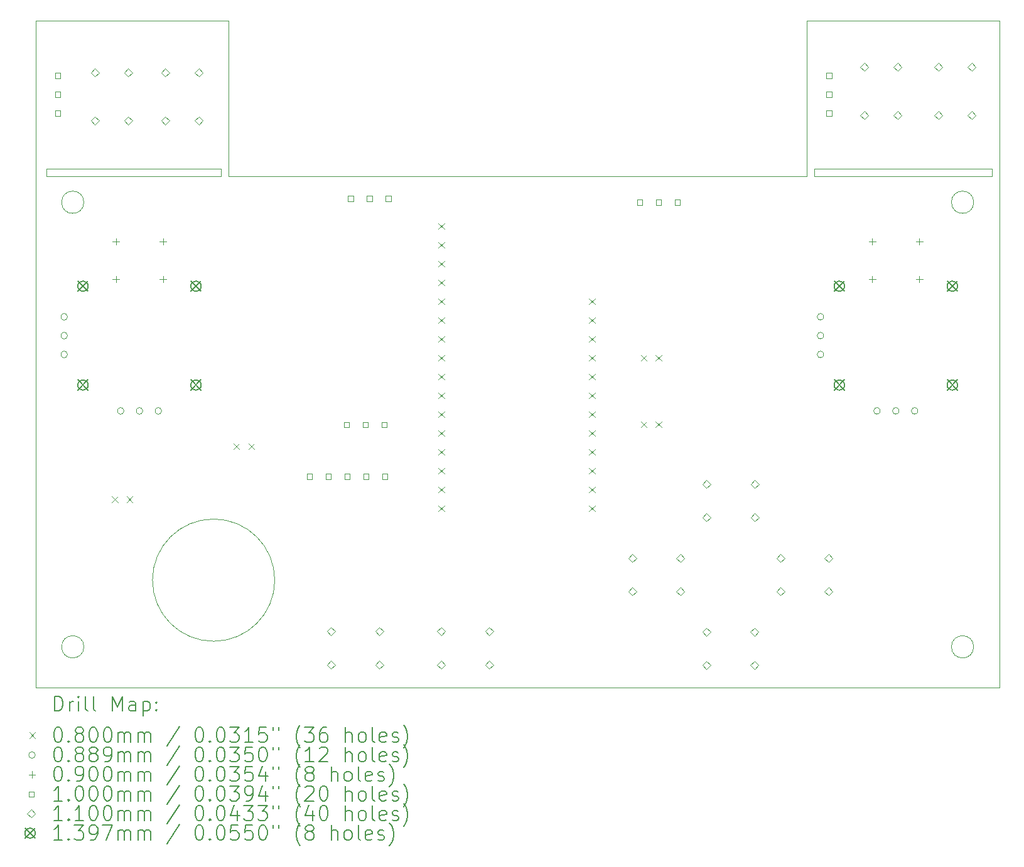
<source format=gbr>
%TF.GenerationSoftware,KiCad,Pcbnew,7.0.10*%
%TF.CreationDate,2024-01-08T20:24:17-08:00*%
%TF.ProjectId,controller board v2,636f6e74-726f-46c6-9c65-7220626f6172,rev?*%
%TF.SameCoordinates,Original*%
%TF.FileFunction,Drillmap*%
%TF.FilePolarity,Positive*%
%FSLAX45Y45*%
G04 Gerber Fmt 4.5, Leading zero omitted, Abs format (unit mm)*
G04 Created by KiCad (PCBNEW 7.0.10) date 2024-01-08 20:24:17*
%MOMM*%
%LPD*%
G01*
G04 APERTURE LIST*
%ADD10C,0.100000*%
%ADD11C,0.200000*%
%ADD12C,0.110000*%
%ADD13C,0.139700*%
G04 APERTURE END LIST*
D10*
X20900000Y-5350000D02*
X20900000Y-5250000D01*
X8000000Y-3250000D02*
X10600000Y-3250000D01*
X10500000Y-5350000D02*
X8150000Y-5350000D01*
X8000000Y-5250000D02*
X8000000Y-3250000D01*
X18500000Y-5350000D02*
X18500000Y-5250000D01*
X21000000Y-5250000D02*
X21000000Y-3250000D01*
X20650000Y-11700000D02*
G75*
G03*
X20350000Y-11700000I-150000J0D01*
G01*
X20350000Y-11700000D02*
G75*
G03*
X20650000Y-11700000I150000J0D01*
G01*
X10500000Y-5350000D02*
X10500000Y-5250000D01*
X10600000Y-3250000D02*
X10600000Y-5250000D01*
X8650000Y-11700000D02*
G75*
G03*
X8350000Y-11700000I-150000J0D01*
G01*
X8350000Y-11700000D02*
G75*
G03*
X8650000Y-11700000I150000J0D01*
G01*
X20900000Y-5350000D02*
X18500000Y-5350000D01*
X18500000Y-5250000D02*
X20900000Y-5250000D01*
X8650000Y-5700000D02*
G75*
G03*
X8350000Y-5700000I-150000J0D01*
G01*
X8350000Y-5700000D02*
G75*
G03*
X8650000Y-5700000I150000J0D01*
G01*
X10500000Y-5250000D02*
X8150000Y-5250000D01*
X10600000Y-5350000D02*
X18400000Y-5350000D01*
X20650000Y-5700000D02*
G75*
G03*
X20350000Y-5700000I-150000J0D01*
G01*
X20350000Y-5700000D02*
G75*
G03*
X20650000Y-5700000I150000J0D01*
G01*
X11224621Y-10800000D02*
G75*
G03*
X9575379Y-10800000I-824621J0D01*
G01*
X9575379Y-10800000D02*
G75*
G03*
X11224621Y-10800000I824621J0D01*
G01*
X21000000Y-3250000D02*
X18400000Y-3250000D01*
X18400000Y-5250000D02*
X18400000Y-5350000D01*
X18400000Y-5250000D02*
X18400000Y-3250000D01*
X21000000Y-12250000D02*
X8000000Y-12250000D01*
X8150000Y-5250000D02*
X8150000Y-5350000D01*
X8000000Y-12250000D02*
X8000000Y-5250000D01*
X10600000Y-5350000D02*
X10600000Y-5250000D01*
X21000000Y-5250000D02*
X21000000Y-12250000D01*
D11*
D10*
X9028489Y-9670000D02*
X9108489Y-9750000D01*
X9108489Y-9670000D02*
X9028489Y-9750000D01*
X9228489Y-9670000D02*
X9308489Y-9750000D01*
X9308489Y-9670000D02*
X9228489Y-9750000D01*
X10668489Y-8953000D02*
X10748489Y-9033000D01*
X10748489Y-8953000D02*
X10668489Y-9033000D01*
X10868489Y-8953000D02*
X10948489Y-9033000D01*
X10948489Y-8953000D02*
X10868489Y-9033000D01*
X13433000Y-5981000D02*
X13513000Y-6061000D01*
X13513000Y-5981000D02*
X13433000Y-6061000D01*
X13433000Y-6235000D02*
X13513000Y-6315000D01*
X13513000Y-6235000D02*
X13433000Y-6315000D01*
X13433000Y-6489000D02*
X13513000Y-6569000D01*
X13513000Y-6489000D02*
X13433000Y-6569000D01*
X13433000Y-6743000D02*
X13513000Y-6823000D01*
X13513000Y-6743000D02*
X13433000Y-6823000D01*
X13433000Y-6997000D02*
X13513000Y-7077000D01*
X13513000Y-6997000D02*
X13433000Y-7077000D01*
X13433000Y-7251000D02*
X13513000Y-7331000D01*
X13513000Y-7251000D02*
X13433000Y-7331000D01*
X13433000Y-7505000D02*
X13513000Y-7585000D01*
X13513000Y-7505000D02*
X13433000Y-7585000D01*
X13433000Y-7759000D02*
X13513000Y-7839000D01*
X13513000Y-7759000D02*
X13433000Y-7839000D01*
X13433000Y-8013000D02*
X13513000Y-8093000D01*
X13513000Y-8013000D02*
X13433000Y-8093000D01*
X13433000Y-8267000D02*
X13513000Y-8347000D01*
X13513000Y-8267000D02*
X13433000Y-8347000D01*
X13433000Y-8521000D02*
X13513000Y-8601000D01*
X13513000Y-8521000D02*
X13433000Y-8601000D01*
X13433000Y-8775000D02*
X13513000Y-8855000D01*
X13513000Y-8775000D02*
X13433000Y-8855000D01*
X13433000Y-9029000D02*
X13513000Y-9109000D01*
X13513000Y-9029000D02*
X13433000Y-9109000D01*
X13433000Y-9283000D02*
X13513000Y-9363000D01*
X13513000Y-9283000D02*
X13433000Y-9363000D01*
X13433000Y-9537000D02*
X13513000Y-9617000D01*
X13513000Y-9537000D02*
X13433000Y-9617000D01*
X13433000Y-9791000D02*
X13513000Y-9871000D01*
X13513000Y-9791000D02*
X13433000Y-9871000D01*
X15465000Y-6997000D02*
X15545000Y-7077000D01*
X15545000Y-6997000D02*
X15465000Y-7077000D01*
X15465000Y-7251000D02*
X15545000Y-7331000D01*
X15545000Y-7251000D02*
X15465000Y-7331000D01*
X15465000Y-7505000D02*
X15545000Y-7585000D01*
X15545000Y-7505000D02*
X15465000Y-7585000D01*
X15465000Y-7759000D02*
X15545000Y-7839000D01*
X15545000Y-7759000D02*
X15465000Y-7839000D01*
X15465000Y-8013000D02*
X15545000Y-8093000D01*
X15545000Y-8013000D02*
X15465000Y-8093000D01*
X15465000Y-8267000D02*
X15545000Y-8347000D01*
X15545000Y-8267000D02*
X15465000Y-8347000D01*
X15465000Y-8521000D02*
X15545000Y-8601000D01*
X15545000Y-8521000D02*
X15465000Y-8601000D01*
X15465000Y-8775000D02*
X15545000Y-8855000D01*
X15545000Y-8775000D02*
X15465000Y-8855000D01*
X15465000Y-9029000D02*
X15545000Y-9109000D01*
X15545000Y-9029000D02*
X15465000Y-9109000D01*
X15465000Y-9283000D02*
X15545000Y-9363000D01*
X15545000Y-9283000D02*
X15465000Y-9363000D01*
X15465000Y-9537000D02*
X15545000Y-9617000D01*
X15545000Y-9537000D02*
X15465000Y-9617000D01*
X15465000Y-9791000D02*
X15545000Y-9871000D01*
X15545000Y-9791000D02*
X15465000Y-9871000D01*
X16160000Y-7760000D02*
X16240000Y-7840000D01*
X16240000Y-7760000D02*
X16160000Y-7840000D01*
X16160000Y-8660000D02*
X16240000Y-8740000D01*
X16240000Y-8660000D02*
X16160000Y-8740000D01*
X16360000Y-7760000D02*
X16440000Y-7840000D01*
X16440000Y-7760000D02*
X16360000Y-7840000D01*
X16360000Y-8660000D02*
X16440000Y-8740000D01*
X16440000Y-8660000D02*
X16360000Y-8740000D01*
X8428450Y-7246000D02*
G75*
G03*
X8339550Y-7246000I-44450J0D01*
G01*
X8339550Y-7246000D02*
G75*
G03*
X8428450Y-7246000I44450J0D01*
G01*
X8428450Y-7500000D02*
G75*
G03*
X8339550Y-7500000I-44450J0D01*
G01*
X8339550Y-7500000D02*
G75*
G03*
X8428450Y-7500000I44450J0D01*
G01*
X8428450Y-7754000D02*
G75*
G03*
X8339550Y-7754000I-44450J0D01*
G01*
X8339550Y-7754000D02*
G75*
G03*
X8428450Y-7754000I44450J0D01*
G01*
X9190450Y-8516000D02*
G75*
G03*
X9101550Y-8516000I-44450J0D01*
G01*
X9101550Y-8516000D02*
G75*
G03*
X9190450Y-8516000I44450J0D01*
G01*
X9444450Y-8516000D02*
G75*
G03*
X9355550Y-8516000I-44450J0D01*
G01*
X9355550Y-8516000D02*
G75*
G03*
X9444450Y-8516000I44450J0D01*
G01*
X9698450Y-8516000D02*
G75*
G03*
X9609550Y-8516000I-44450J0D01*
G01*
X9609550Y-8516000D02*
G75*
G03*
X9698450Y-8516000I44450J0D01*
G01*
X18628450Y-7246000D02*
G75*
G03*
X18539550Y-7246000I-44450J0D01*
G01*
X18539550Y-7246000D02*
G75*
G03*
X18628450Y-7246000I44450J0D01*
G01*
X18628450Y-7500000D02*
G75*
G03*
X18539550Y-7500000I-44450J0D01*
G01*
X18539550Y-7500000D02*
G75*
G03*
X18628450Y-7500000I44450J0D01*
G01*
X18628450Y-7754000D02*
G75*
G03*
X18539550Y-7754000I-44450J0D01*
G01*
X18539550Y-7754000D02*
G75*
G03*
X18628450Y-7754000I44450J0D01*
G01*
X19390450Y-8516000D02*
G75*
G03*
X19301550Y-8516000I-44450J0D01*
G01*
X19301550Y-8516000D02*
G75*
G03*
X19390450Y-8516000I44450J0D01*
G01*
X19644450Y-8516000D02*
G75*
G03*
X19555550Y-8516000I-44450J0D01*
G01*
X19555550Y-8516000D02*
G75*
G03*
X19644450Y-8516000I44450J0D01*
G01*
X19898450Y-8516000D02*
G75*
G03*
X19809550Y-8516000I-44450J0D01*
G01*
X19809550Y-8516000D02*
G75*
G03*
X19898450Y-8516000I44450J0D01*
G01*
X9082500Y-6185000D02*
X9082500Y-6275000D01*
X9037500Y-6230000D02*
X9127500Y-6230000D01*
X9082500Y-6693000D02*
X9082500Y-6783000D01*
X9037500Y-6738000D02*
X9127500Y-6738000D01*
X9717500Y-6185000D02*
X9717500Y-6275000D01*
X9672500Y-6230000D02*
X9762500Y-6230000D01*
X9717500Y-6693000D02*
X9717500Y-6783000D01*
X9672500Y-6738000D02*
X9762500Y-6738000D01*
X19282500Y-6185000D02*
X19282500Y-6275000D01*
X19237500Y-6230000D02*
X19327500Y-6230000D01*
X19282500Y-6693000D02*
X19282500Y-6783000D01*
X19237500Y-6738000D02*
X19327500Y-6738000D01*
X19917500Y-6185000D02*
X19917500Y-6275000D01*
X19872500Y-6230000D02*
X19962500Y-6230000D01*
X19917500Y-6693000D02*
X19917500Y-6783000D01*
X19872500Y-6738000D02*
X19962500Y-6738000D01*
X8335356Y-4027356D02*
X8335356Y-3956644D01*
X8264644Y-3956644D01*
X8264644Y-4027356D01*
X8335356Y-4027356D01*
X8335356Y-4281356D02*
X8335356Y-4210644D01*
X8264644Y-4210644D01*
X8264644Y-4281356D01*
X8335356Y-4281356D01*
X8335356Y-4535356D02*
X8335356Y-4464644D01*
X8264644Y-4464644D01*
X8264644Y-4535356D01*
X8335356Y-4535356D01*
X11727856Y-9435356D02*
X11727856Y-9364644D01*
X11657144Y-9364644D01*
X11657144Y-9435356D01*
X11727856Y-9435356D01*
X11981856Y-9435356D02*
X11981856Y-9364644D01*
X11911144Y-9364644D01*
X11911144Y-9435356D01*
X11981856Y-9435356D01*
X12227356Y-8735356D02*
X12227356Y-8664644D01*
X12156644Y-8664644D01*
X12156644Y-8735356D01*
X12227356Y-8735356D01*
X12235856Y-9435356D02*
X12235856Y-9364644D01*
X12165144Y-9364644D01*
X12165144Y-9435356D01*
X12235856Y-9435356D01*
X12282856Y-5685356D02*
X12282856Y-5614644D01*
X12212144Y-5614644D01*
X12212144Y-5685356D01*
X12282856Y-5685356D01*
X12481356Y-8735356D02*
X12481356Y-8664644D01*
X12410644Y-8664644D01*
X12410644Y-8735356D01*
X12481356Y-8735356D01*
X12489856Y-9435356D02*
X12489856Y-9364644D01*
X12419144Y-9364644D01*
X12419144Y-9435356D01*
X12489856Y-9435356D01*
X12536856Y-5685356D02*
X12536856Y-5614644D01*
X12466144Y-5614644D01*
X12466144Y-5685356D01*
X12536856Y-5685356D01*
X12735356Y-8735356D02*
X12735356Y-8664644D01*
X12664644Y-8664644D01*
X12664644Y-8735356D01*
X12735356Y-8735356D01*
X12743856Y-9435356D02*
X12743856Y-9364644D01*
X12673144Y-9364644D01*
X12673144Y-9435356D01*
X12743856Y-9435356D01*
X12790856Y-5685356D02*
X12790856Y-5614644D01*
X12720144Y-5614644D01*
X12720144Y-5685356D01*
X12790856Y-5685356D01*
X16181356Y-5735356D02*
X16181356Y-5664644D01*
X16110644Y-5664644D01*
X16110644Y-5735356D01*
X16181356Y-5735356D01*
X16435356Y-5735356D02*
X16435356Y-5664644D01*
X16364644Y-5664644D01*
X16364644Y-5735356D01*
X16435356Y-5735356D01*
X16689356Y-5735356D02*
X16689356Y-5664644D01*
X16618644Y-5664644D01*
X16618644Y-5735356D01*
X16689356Y-5735356D01*
X18735356Y-4027356D02*
X18735356Y-3956644D01*
X18664644Y-3956644D01*
X18664644Y-4027356D01*
X18735356Y-4027356D01*
X18735356Y-4281356D02*
X18735356Y-4210644D01*
X18664644Y-4210644D01*
X18664644Y-4281356D01*
X18735356Y-4281356D01*
X18735356Y-4535356D02*
X18735356Y-4464644D01*
X18664644Y-4464644D01*
X18664644Y-4535356D01*
X18735356Y-4535356D01*
D12*
X8800000Y-4005000D02*
X8855000Y-3950000D01*
X8800000Y-3895000D01*
X8745000Y-3950000D01*
X8800000Y-4005000D01*
X8800000Y-4655000D02*
X8855000Y-4600000D01*
X8800000Y-4545000D01*
X8745000Y-4600000D01*
X8800000Y-4655000D01*
X9250000Y-4005000D02*
X9305000Y-3950000D01*
X9250000Y-3895000D01*
X9195000Y-3950000D01*
X9250000Y-4005000D01*
X9250000Y-4655000D02*
X9305000Y-4600000D01*
X9250000Y-4545000D01*
X9195000Y-4600000D01*
X9250000Y-4655000D01*
X9750000Y-4005000D02*
X9805000Y-3950000D01*
X9750000Y-3895000D01*
X9695000Y-3950000D01*
X9750000Y-4005000D01*
X9750000Y-4655000D02*
X9805000Y-4600000D01*
X9750000Y-4545000D01*
X9695000Y-4600000D01*
X9750000Y-4655000D01*
X10200000Y-4005000D02*
X10255000Y-3950000D01*
X10200000Y-3895000D01*
X10145000Y-3950000D01*
X10200000Y-4005000D01*
X10200000Y-4655000D02*
X10255000Y-4600000D01*
X10200000Y-4545000D01*
X10145000Y-4600000D01*
X10200000Y-4655000D01*
X11985000Y-11546000D02*
X12040000Y-11491000D01*
X11985000Y-11436000D01*
X11930000Y-11491000D01*
X11985000Y-11546000D01*
X11985000Y-11996000D02*
X12040000Y-11941000D01*
X11985000Y-11886000D01*
X11930000Y-11941000D01*
X11985000Y-11996000D01*
X12635000Y-11546000D02*
X12690000Y-11491000D01*
X12635000Y-11436000D01*
X12580000Y-11491000D01*
X12635000Y-11546000D01*
X12635000Y-11996000D02*
X12690000Y-11941000D01*
X12635000Y-11886000D01*
X12580000Y-11941000D01*
X12635000Y-11996000D01*
X13469000Y-11546000D02*
X13524000Y-11491000D01*
X13469000Y-11436000D01*
X13414000Y-11491000D01*
X13469000Y-11546000D01*
X13469000Y-11996000D02*
X13524000Y-11941000D01*
X13469000Y-11886000D01*
X13414000Y-11941000D01*
X13469000Y-11996000D01*
X14119000Y-11546000D02*
X14174000Y-11491000D01*
X14119000Y-11436000D01*
X14064000Y-11491000D01*
X14119000Y-11546000D01*
X14119000Y-11996000D02*
X14174000Y-11941000D01*
X14119000Y-11886000D01*
X14064000Y-11941000D01*
X14119000Y-11996000D01*
X16046000Y-10557000D02*
X16101000Y-10502000D01*
X16046000Y-10447000D01*
X15991000Y-10502000D01*
X16046000Y-10557000D01*
X16046000Y-11007000D02*
X16101000Y-10952000D01*
X16046000Y-10897000D01*
X15991000Y-10952000D01*
X16046000Y-11007000D01*
X16696000Y-10557000D02*
X16751000Y-10502000D01*
X16696000Y-10447000D01*
X16641000Y-10502000D01*
X16696000Y-10557000D01*
X16696000Y-11007000D02*
X16751000Y-10952000D01*
X16696000Y-10897000D01*
X16641000Y-10952000D01*
X16696000Y-11007000D01*
X17046000Y-11554000D02*
X17101000Y-11499000D01*
X17046000Y-11444000D01*
X16991000Y-11499000D01*
X17046000Y-11554000D01*
X17046000Y-12004000D02*
X17101000Y-11949000D01*
X17046000Y-11894000D01*
X16991000Y-11949000D01*
X17046000Y-12004000D01*
X17047000Y-9558000D02*
X17102000Y-9503000D01*
X17047000Y-9448000D01*
X16992000Y-9503000D01*
X17047000Y-9558000D01*
X17047000Y-10008000D02*
X17102000Y-9953000D01*
X17047000Y-9898000D01*
X16992000Y-9953000D01*
X17047000Y-10008000D01*
X17696000Y-11554000D02*
X17751000Y-11499000D01*
X17696000Y-11444000D01*
X17641000Y-11499000D01*
X17696000Y-11554000D01*
X17696000Y-12004000D02*
X17751000Y-11949000D01*
X17696000Y-11894000D01*
X17641000Y-11949000D01*
X17696000Y-12004000D01*
X17697000Y-9558000D02*
X17752000Y-9503000D01*
X17697000Y-9448000D01*
X17642000Y-9503000D01*
X17697000Y-9558000D01*
X17697000Y-10008000D02*
X17752000Y-9953000D01*
X17697000Y-9898000D01*
X17642000Y-9953000D01*
X17697000Y-10008000D01*
X18045000Y-10559000D02*
X18100000Y-10504000D01*
X18045000Y-10449000D01*
X17990000Y-10504000D01*
X18045000Y-10559000D01*
X18045000Y-11009000D02*
X18100000Y-10954000D01*
X18045000Y-10899000D01*
X17990000Y-10954000D01*
X18045000Y-11009000D01*
X18695000Y-10559000D02*
X18750000Y-10504000D01*
X18695000Y-10449000D01*
X18640000Y-10504000D01*
X18695000Y-10559000D01*
X18695000Y-11009000D02*
X18750000Y-10954000D01*
X18695000Y-10899000D01*
X18640000Y-10954000D01*
X18695000Y-11009000D01*
X19175000Y-3930000D02*
X19230000Y-3875000D01*
X19175000Y-3820000D01*
X19120000Y-3875000D01*
X19175000Y-3930000D01*
X19175000Y-4580000D02*
X19230000Y-4525000D01*
X19175000Y-4470000D01*
X19120000Y-4525000D01*
X19175000Y-4580000D01*
X19625000Y-3930000D02*
X19680000Y-3875000D01*
X19625000Y-3820000D01*
X19570000Y-3875000D01*
X19625000Y-3930000D01*
X19625000Y-4580000D02*
X19680000Y-4525000D01*
X19625000Y-4470000D01*
X19570000Y-4525000D01*
X19625000Y-4580000D01*
X20175000Y-3930000D02*
X20230000Y-3875000D01*
X20175000Y-3820000D01*
X20120000Y-3875000D01*
X20175000Y-3930000D01*
X20175000Y-4580000D02*
X20230000Y-4525000D01*
X20175000Y-4470000D01*
X20120000Y-4525000D01*
X20175000Y-4580000D01*
X20625000Y-3930000D02*
X20680000Y-3875000D01*
X20625000Y-3820000D01*
X20570000Y-3875000D01*
X20625000Y-3930000D01*
X20625000Y-4580000D02*
X20680000Y-4525000D01*
X20625000Y-4470000D01*
X20570000Y-4525000D01*
X20625000Y-4580000D01*
D13*
X8568150Y-6763400D02*
X8707850Y-6903100D01*
X8707850Y-6763400D02*
X8568150Y-6903100D01*
X8707850Y-6833250D02*
G75*
G03*
X8568150Y-6833250I-69850J0D01*
G01*
X8568150Y-6833250D02*
G75*
G03*
X8707850Y-6833250I69850J0D01*
G01*
X8568150Y-8096900D02*
X8707850Y-8236600D01*
X8707850Y-8096900D02*
X8568150Y-8236600D01*
X8707850Y-8166750D02*
G75*
G03*
X8568150Y-8166750I-69850J0D01*
G01*
X8568150Y-8166750D02*
G75*
G03*
X8707850Y-8166750I69850J0D01*
G01*
X10092150Y-6763400D02*
X10231850Y-6903100D01*
X10231850Y-6763400D02*
X10092150Y-6903100D01*
X10231850Y-6833250D02*
G75*
G03*
X10092150Y-6833250I-69850J0D01*
G01*
X10092150Y-6833250D02*
G75*
G03*
X10231850Y-6833250I69850J0D01*
G01*
X10092150Y-8096900D02*
X10231850Y-8236600D01*
X10231850Y-8096900D02*
X10092150Y-8236600D01*
X10231850Y-8166750D02*
G75*
G03*
X10092150Y-8166750I-69850J0D01*
G01*
X10092150Y-8166750D02*
G75*
G03*
X10231850Y-8166750I69850J0D01*
G01*
X18768150Y-6763400D02*
X18907850Y-6903100D01*
X18907850Y-6763400D02*
X18768150Y-6903100D01*
X18907850Y-6833250D02*
G75*
G03*
X18768150Y-6833250I-69850J0D01*
G01*
X18768150Y-6833250D02*
G75*
G03*
X18907850Y-6833250I69850J0D01*
G01*
X18768150Y-8096900D02*
X18907850Y-8236600D01*
X18907850Y-8096900D02*
X18768150Y-8236600D01*
X18907850Y-8166750D02*
G75*
G03*
X18768150Y-8166750I-69850J0D01*
G01*
X18768150Y-8166750D02*
G75*
G03*
X18907850Y-8166750I69850J0D01*
G01*
X20292150Y-6763400D02*
X20431850Y-6903100D01*
X20431850Y-6763400D02*
X20292150Y-6903100D01*
X20431850Y-6833250D02*
G75*
G03*
X20292150Y-6833250I-69850J0D01*
G01*
X20292150Y-6833250D02*
G75*
G03*
X20431850Y-6833250I69850J0D01*
G01*
X20292150Y-8096900D02*
X20431850Y-8236600D01*
X20431850Y-8096900D02*
X20292150Y-8236600D01*
X20431850Y-8166750D02*
G75*
G03*
X20292150Y-8166750I-69850J0D01*
G01*
X20292150Y-8166750D02*
G75*
G03*
X20431850Y-8166750I69850J0D01*
G01*
D11*
X8255777Y-12566484D02*
X8255777Y-12366484D01*
X8255777Y-12366484D02*
X8303396Y-12366484D01*
X8303396Y-12366484D02*
X8331967Y-12376008D01*
X8331967Y-12376008D02*
X8351015Y-12395055D01*
X8351015Y-12395055D02*
X8360539Y-12414103D01*
X8360539Y-12414103D02*
X8370062Y-12452198D01*
X8370062Y-12452198D02*
X8370062Y-12480769D01*
X8370062Y-12480769D02*
X8360539Y-12518865D01*
X8360539Y-12518865D02*
X8351015Y-12537912D01*
X8351015Y-12537912D02*
X8331967Y-12556960D01*
X8331967Y-12556960D02*
X8303396Y-12566484D01*
X8303396Y-12566484D02*
X8255777Y-12566484D01*
X8455777Y-12566484D02*
X8455777Y-12433150D01*
X8455777Y-12471246D02*
X8465301Y-12452198D01*
X8465301Y-12452198D02*
X8474824Y-12442674D01*
X8474824Y-12442674D02*
X8493872Y-12433150D01*
X8493872Y-12433150D02*
X8512920Y-12433150D01*
X8579586Y-12566484D02*
X8579586Y-12433150D01*
X8579586Y-12366484D02*
X8570063Y-12376008D01*
X8570063Y-12376008D02*
X8579586Y-12385531D01*
X8579586Y-12385531D02*
X8589110Y-12376008D01*
X8589110Y-12376008D02*
X8579586Y-12366484D01*
X8579586Y-12366484D02*
X8579586Y-12385531D01*
X8703396Y-12566484D02*
X8684348Y-12556960D01*
X8684348Y-12556960D02*
X8674824Y-12537912D01*
X8674824Y-12537912D02*
X8674824Y-12366484D01*
X8808158Y-12566484D02*
X8789110Y-12556960D01*
X8789110Y-12556960D02*
X8779586Y-12537912D01*
X8779586Y-12537912D02*
X8779586Y-12366484D01*
X9036729Y-12566484D02*
X9036729Y-12366484D01*
X9036729Y-12366484D02*
X9103396Y-12509341D01*
X9103396Y-12509341D02*
X9170063Y-12366484D01*
X9170063Y-12366484D02*
X9170063Y-12566484D01*
X9351015Y-12566484D02*
X9351015Y-12461722D01*
X9351015Y-12461722D02*
X9341491Y-12442674D01*
X9341491Y-12442674D02*
X9322444Y-12433150D01*
X9322444Y-12433150D02*
X9284348Y-12433150D01*
X9284348Y-12433150D02*
X9265301Y-12442674D01*
X9351015Y-12556960D02*
X9331967Y-12566484D01*
X9331967Y-12566484D02*
X9284348Y-12566484D01*
X9284348Y-12566484D02*
X9265301Y-12556960D01*
X9265301Y-12556960D02*
X9255777Y-12537912D01*
X9255777Y-12537912D02*
X9255777Y-12518865D01*
X9255777Y-12518865D02*
X9265301Y-12499817D01*
X9265301Y-12499817D02*
X9284348Y-12490293D01*
X9284348Y-12490293D02*
X9331967Y-12490293D01*
X9331967Y-12490293D02*
X9351015Y-12480769D01*
X9446253Y-12433150D02*
X9446253Y-12633150D01*
X9446253Y-12442674D02*
X9465301Y-12433150D01*
X9465301Y-12433150D02*
X9503396Y-12433150D01*
X9503396Y-12433150D02*
X9522444Y-12442674D01*
X9522444Y-12442674D02*
X9531967Y-12452198D01*
X9531967Y-12452198D02*
X9541491Y-12471246D01*
X9541491Y-12471246D02*
X9541491Y-12528388D01*
X9541491Y-12528388D02*
X9531967Y-12547436D01*
X9531967Y-12547436D02*
X9522444Y-12556960D01*
X9522444Y-12556960D02*
X9503396Y-12566484D01*
X9503396Y-12566484D02*
X9465301Y-12566484D01*
X9465301Y-12566484D02*
X9446253Y-12556960D01*
X9627205Y-12547436D02*
X9636729Y-12556960D01*
X9636729Y-12556960D02*
X9627205Y-12566484D01*
X9627205Y-12566484D02*
X9617682Y-12556960D01*
X9617682Y-12556960D02*
X9627205Y-12547436D01*
X9627205Y-12547436D02*
X9627205Y-12566484D01*
X9627205Y-12442674D02*
X9636729Y-12452198D01*
X9636729Y-12452198D02*
X9627205Y-12461722D01*
X9627205Y-12461722D02*
X9617682Y-12452198D01*
X9617682Y-12452198D02*
X9627205Y-12442674D01*
X9627205Y-12442674D02*
X9627205Y-12461722D01*
D10*
X7915000Y-12855000D02*
X7995000Y-12935000D01*
X7995000Y-12855000D02*
X7915000Y-12935000D01*
D11*
X8293872Y-12786484D02*
X8312920Y-12786484D01*
X8312920Y-12786484D02*
X8331967Y-12796008D01*
X8331967Y-12796008D02*
X8341491Y-12805531D01*
X8341491Y-12805531D02*
X8351015Y-12824579D01*
X8351015Y-12824579D02*
X8360539Y-12862674D01*
X8360539Y-12862674D02*
X8360539Y-12910293D01*
X8360539Y-12910293D02*
X8351015Y-12948388D01*
X8351015Y-12948388D02*
X8341491Y-12967436D01*
X8341491Y-12967436D02*
X8331967Y-12976960D01*
X8331967Y-12976960D02*
X8312920Y-12986484D01*
X8312920Y-12986484D02*
X8293872Y-12986484D01*
X8293872Y-12986484D02*
X8274824Y-12976960D01*
X8274824Y-12976960D02*
X8265301Y-12967436D01*
X8265301Y-12967436D02*
X8255777Y-12948388D01*
X8255777Y-12948388D02*
X8246253Y-12910293D01*
X8246253Y-12910293D02*
X8246253Y-12862674D01*
X8246253Y-12862674D02*
X8255777Y-12824579D01*
X8255777Y-12824579D02*
X8265301Y-12805531D01*
X8265301Y-12805531D02*
X8274824Y-12796008D01*
X8274824Y-12796008D02*
X8293872Y-12786484D01*
X8446253Y-12967436D02*
X8455777Y-12976960D01*
X8455777Y-12976960D02*
X8446253Y-12986484D01*
X8446253Y-12986484D02*
X8436729Y-12976960D01*
X8436729Y-12976960D02*
X8446253Y-12967436D01*
X8446253Y-12967436D02*
X8446253Y-12986484D01*
X8570063Y-12872198D02*
X8551015Y-12862674D01*
X8551015Y-12862674D02*
X8541491Y-12853150D01*
X8541491Y-12853150D02*
X8531967Y-12834103D01*
X8531967Y-12834103D02*
X8531967Y-12824579D01*
X8531967Y-12824579D02*
X8541491Y-12805531D01*
X8541491Y-12805531D02*
X8551015Y-12796008D01*
X8551015Y-12796008D02*
X8570063Y-12786484D01*
X8570063Y-12786484D02*
X8608158Y-12786484D01*
X8608158Y-12786484D02*
X8627205Y-12796008D01*
X8627205Y-12796008D02*
X8636729Y-12805531D01*
X8636729Y-12805531D02*
X8646253Y-12824579D01*
X8646253Y-12824579D02*
X8646253Y-12834103D01*
X8646253Y-12834103D02*
X8636729Y-12853150D01*
X8636729Y-12853150D02*
X8627205Y-12862674D01*
X8627205Y-12862674D02*
X8608158Y-12872198D01*
X8608158Y-12872198D02*
X8570063Y-12872198D01*
X8570063Y-12872198D02*
X8551015Y-12881722D01*
X8551015Y-12881722D02*
X8541491Y-12891246D01*
X8541491Y-12891246D02*
X8531967Y-12910293D01*
X8531967Y-12910293D02*
X8531967Y-12948388D01*
X8531967Y-12948388D02*
X8541491Y-12967436D01*
X8541491Y-12967436D02*
X8551015Y-12976960D01*
X8551015Y-12976960D02*
X8570063Y-12986484D01*
X8570063Y-12986484D02*
X8608158Y-12986484D01*
X8608158Y-12986484D02*
X8627205Y-12976960D01*
X8627205Y-12976960D02*
X8636729Y-12967436D01*
X8636729Y-12967436D02*
X8646253Y-12948388D01*
X8646253Y-12948388D02*
X8646253Y-12910293D01*
X8646253Y-12910293D02*
X8636729Y-12891246D01*
X8636729Y-12891246D02*
X8627205Y-12881722D01*
X8627205Y-12881722D02*
X8608158Y-12872198D01*
X8770063Y-12786484D02*
X8789110Y-12786484D01*
X8789110Y-12786484D02*
X8808158Y-12796008D01*
X8808158Y-12796008D02*
X8817682Y-12805531D01*
X8817682Y-12805531D02*
X8827205Y-12824579D01*
X8827205Y-12824579D02*
X8836729Y-12862674D01*
X8836729Y-12862674D02*
X8836729Y-12910293D01*
X8836729Y-12910293D02*
X8827205Y-12948388D01*
X8827205Y-12948388D02*
X8817682Y-12967436D01*
X8817682Y-12967436D02*
X8808158Y-12976960D01*
X8808158Y-12976960D02*
X8789110Y-12986484D01*
X8789110Y-12986484D02*
X8770063Y-12986484D01*
X8770063Y-12986484D02*
X8751015Y-12976960D01*
X8751015Y-12976960D02*
X8741491Y-12967436D01*
X8741491Y-12967436D02*
X8731967Y-12948388D01*
X8731967Y-12948388D02*
X8722444Y-12910293D01*
X8722444Y-12910293D02*
X8722444Y-12862674D01*
X8722444Y-12862674D02*
X8731967Y-12824579D01*
X8731967Y-12824579D02*
X8741491Y-12805531D01*
X8741491Y-12805531D02*
X8751015Y-12796008D01*
X8751015Y-12796008D02*
X8770063Y-12786484D01*
X8960539Y-12786484D02*
X8979586Y-12786484D01*
X8979586Y-12786484D02*
X8998634Y-12796008D01*
X8998634Y-12796008D02*
X9008158Y-12805531D01*
X9008158Y-12805531D02*
X9017682Y-12824579D01*
X9017682Y-12824579D02*
X9027205Y-12862674D01*
X9027205Y-12862674D02*
X9027205Y-12910293D01*
X9027205Y-12910293D02*
X9017682Y-12948388D01*
X9017682Y-12948388D02*
X9008158Y-12967436D01*
X9008158Y-12967436D02*
X8998634Y-12976960D01*
X8998634Y-12976960D02*
X8979586Y-12986484D01*
X8979586Y-12986484D02*
X8960539Y-12986484D01*
X8960539Y-12986484D02*
X8941491Y-12976960D01*
X8941491Y-12976960D02*
X8931967Y-12967436D01*
X8931967Y-12967436D02*
X8922444Y-12948388D01*
X8922444Y-12948388D02*
X8912920Y-12910293D01*
X8912920Y-12910293D02*
X8912920Y-12862674D01*
X8912920Y-12862674D02*
X8922444Y-12824579D01*
X8922444Y-12824579D02*
X8931967Y-12805531D01*
X8931967Y-12805531D02*
X8941491Y-12796008D01*
X8941491Y-12796008D02*
X8960539Y-12786484D01*
X9112920Y-12986484D02*
X9112920Y-12853150D01*
X9112920Y-12872198D02*
X9122444Y-12862674D01*
X9122444Y-12862674D02*
X9141491Y-12853150D01*
X9141491Y-12853150D02*
X9170063Y-12853150D01*
X9170063Y-12853150D02*
X9189110Y-12862674D01*
X9189110Y-12862674D02*
X9198634Y-12881722D01*
X9198634Y-12881722D02*
X9198634Y-12986484D01*
X9198634Y-12881722D02*
X9208158Y-12862674D01*
X9208158Y-12862674D02*
X9227205Y-12853150D01*
X9227205Y-12853150D02*
X9255777Y-12853150D01*
X9255777Y-12853150D02*
X9274825Y-12862674D01*
X9274825Y-12862674D02*
X9284348Y-12881722D01*
X9284348Y-12881722D02*
X9284348Y-12986484D01*
X9379586Y-12986484D02*
X9379586Y-12853150D01*
X9379586Y-12872198D02*
X9389110Y-12862674D01*
X9389110Y-12862674D02*
X9408158Y-12853150D01*
X9408158Y-12853150D02*
X9436729Y-12853150D01*
X9436729Y-12853150D02*
X9455777Y-12862674D01*
X9455777Y-12862674D02*
X9465301Y-12881722D01*
X9465301Y-12881722D02*
X9465301Y-12986484D01*
X9465301Y-12881722D02*
X9474825Y-12862674D01*
X9474825Y-12862674D02*
X9493872Y-12853150D01*
X9493872Y-12853150D02*
X9522444Y-12853150D01*
X9522444Y-12853150D02*
X9541491Y-12862674D01*
X9541491Y-12862674D02*
X9551015Y-12881722D01*
X9551015Y-12881722D02*
X9551015Y-12986484D01*
X9941491Y-12776960D02*
X9770063Y-13034103D01*
X10198634Y-12786484D02*
X10217682Y-12786484D01*
X10217682Y-12786484D02*
X10236729Y-12796008D01*
X10236729Y-12796008D02*
X10246253Y-12805531D01*
X10246253Y-12805531D02*
X10255777Y-12824579D01*
X10255777Y-12824579D02*
X10265301Y-12862674D01*
X10265301Y-12862674D02*
X10265301Y-12910293D01*
X10265301Y-12910293D02*
X10255777Y-12948388D01*
X10255777Y-12948388D02*
X10246253Y-12967436D01*
X10246253Y-12967436D02*
X10236729Y-12976960D01*
X10236729Y-12976960D02*
X10217682Y-12986484D01*
X10217682Y-12986484D02*
X10198634Y-12986484D01*
X10198634Y-12986484D02*
X10179587Y-12976960D01*
X10179587Y-12976960D02*
X10170063Y-12967436D01*
X10170063Y-12967436D02*
X10160539Y-12948388D01*
X10160539Y-12948388D02*
X10151015Y-12910293D01*
X10151015Y-12910293D02*
X10151015Y-12862674D01*
X10151015Y-12862674D02*
X10160539Y-12824579D01*
X10160539Y-12824579D02*
X10170063Y-12805531D01*
X10170063Y-12805531D02*
X10179587Y-12796008D01*
X10179587Y-12796008D02*
X10198634Y-12786484D01*
X10351015Y-12967436D02*
X10360539Y-12976960D01*
X10360539Y-12976960D02*
X10351015Y-12986484D01*
X10351015Y-12986484D02*
X10341491Y-12976960D01*
X10341491Y-12976960D02*
X10351015Y-12967436D01*
X10351015Y-12967436D02*
X10351015Y-12986484D01*
X10484348Y-12786484D02*
X10503396Y-12786484D01*
X10503396Y-12786484D02*
X10522444Y-12796008D01*
X10522444Y-12796008D02*
X10531968Y-12805531D01*
X10531968Y-12805531D02*
X10541491Y-12824579D01*
X10541491Y-12824579D02*
X10551015Y-12862674D01*
X10551015Y-12862674D02*
X10551015Y-12910293D01*
X10551015Y-12910293D02*
X10541491Y-12948388D01*
X10541491Y-12948388D02*
X10531968Y-12967436D01*
X10531968Y-12967436D02*
X10522444Y-12976960D01*
X10522444Y-12976960D02*
X10503396Y-12986484D01*
X10503396Y-12986484D02*
X10484348Y-12986484D01*
X10484348Y-12986484D02*
X10465301Y-12976960D01*
X10465301Y-12976960D02*
X10455777Y-12967436D01*
X10455777Y-12967436D02*
X10446253Y-12948388D01*
X10446253Y-12948388D02*
X10436729Y-12910293D01*
X10436729Y-12910293D02*
X10436729Y-12862674D01*
X10436729Y-12862674D02*
X10446253Y-12824579D01*
X10446253Y-12824579D02*
X10455777Y-12805531D01*
X10455777Y-12805531D02*
X10465301Y-12796008D01*
X10465301Y-12796008D02*
X10484348Y-12786484D01*
X10617682Y-12786484D02*
X10741491Y-12786484D01*
X10741491Y-12786484D02*
X10674825Y-12862674D01*
X10674825Y-12862674D02*
X10703396Y-12862674D01*
X10703396Y-12862674D02*
X10722444Y-12872198D01*
X10722444Y-12872198D02*
X10731968Y-12881722D01*
X10731968Y-12881722D02*
X10741491Y-12900769D01*
X10741491Y-12900769D02*
X10741491Y-12948388D01*
X10741491Y-12948388D02*
X10731968Y-12967436D01*
X10731968Y-12967436D02*
X10722444Y-12976960D01*
X10722444Y-12976960D02*
X10703396Y-12986484D01*
X10703396Y-12986484D02*
X10646253Y-12986484D01*
X10646253Y-12986484D02*
X10627206Y-12976960D01*
X10627206Y-12976960D02*
X10617682Y-12967436D01*
X10931968Y-12986484D02*
X10817682Y-12986484D01*
X10874825Y-12986484D02*
X10874825Y-12786484D01*
X10874825Y-12786484D02*
X10855777Y-12815055D01*
X10855777Y-12815055D02*
X10836729Y-12834103D01*
X10836729Y-12834103D02*
X10817682Y-12843627D01*
X11112920Y-12786484D02*
X11017682Y-12786484D01*
X11017682Y-12786484D02*
X11008158Y-12881722D01*
X11008158Y-12881722D02*
X11017682Y-12872198D01*
X11017682Y-12872198D02*
X11036729Y-12862674D01*
X11036729Y-12862674D02*
X11084349Y-12862674D01*
X11084349Y-12862674D02*
X11103396Y-12872198D01*
X11103396Y-12872198D02*
X11112920Y-12881722D01*
X11112920Y-12881722D02*
X11122444Y-12900769D01*
X11122444Y-12900769D02*
X11122444Y-12948388D01*
X11122444Y-12948388D02*
X11112920Y-12967436D01*
X11112920Y-12967436D02*
X11103396Y-12976960D01*
X11103396Y-12976960D02*
X11084349Y-12986484D01*
X11084349Y-12986484D02*
X11036729Y-12986484D01*
X11036729Y-12986484D02*
X11017682Y-12976960D01*
X11017682Y-12976960D02*
X11008158Y-12967436D01*
X11198634Y-12786484D02*
X11198634Y-12824579D01*
X11274825Y-12786484D02*
X11274825Y-12824579D01*
X11570063Y-13062674D02*
X11560539Y-13053150D01*
X11560539Y-13053150D02*
X11541491Y-13024579D01*
X11541491Y-13024579D02*
X11531968Y-13005531D01*
X11531968Y-13005531D02*
X11522444Y-12976960D01*
X11522444Y-12976960D02*
X11512920Y-12929341D01*
X11512920Y-12929341D02*
X11512920Y-12891246D01*
X11512920Y-12891246D02*
X11522444Y-12843627D01*
X11522444Y-12843627D02*
X11531968Y-12815055D01*
X11531968Y-12815055D02*
X11541491Y-12796008D01*
X11541491Y-12796008D02*
X11560539Y-12767436D01*
X11560539Y-12767436D02*
X11570063Y-12757912D01*
X11627206Y-12786484D02*
X11751015Y-12786484D01*
X11751015Y-12786484D02*
X11684348Y-12862674D01*
X11684348Y-12862674D02*
X11712920Y-12862674D01*
X11712920Y-12862674D02*
X11731968Y-12872198D01*
X11731968Y-12872198D02*
X11741491Y-12881722D01*
X11741491Y-12881722D02*
X11751015Y-12900769D01*
X11751015Y-12900769D02*
X11751015Y-12948388D01*
X11751015Y-12948388D02*
X11741491Y-12967436D01*
X11741491Y-12967436D02*
X11731968Y-12976960D01*
X11731968Y-12976960D02*
X11712920Y-12986484D01*
X11712920Y-12986484D02*
X11655777Y-12986484D01*
X11655777Y-12986484D02*
X11636729Y-12976960D01*
X11636729Y-12976960D02*
X11627206Y-12967436D01*
X11922444Y-12786484D02*
X11884348Y-12786484D01*
X11884348Y-12786484D02*
X11865301Y-12796008D01*
X11865301Y-12796008D02*
X11855777Y-12805531D01*
X11855777Y-12805531D02*
X11836729Y-12834103D01*
X11836729Y-12834103D02*
X11827206Y-12872198D01*
X11827206Y-12872198D02*
X11827206Y-12948388D01*
X11827206Y-12948388D02*
X11836729Y-12967436D01*
X11836729Y-12967436D02*
X11846253Y-12976960D01*
X11846253Y-12976960D02*
X11865301Y-12986484D01*
X11865301Y-12986484D02*
X11903396Y-12986484D01*
X11903396Y-12986484D02*
X11922444Y-12976960D01*
X11922444Y-12976960D02*
X11931968Y-12967436D01*
X11931968Y-12967436D02*
X11941491Y-12948388D01*
X11941491Y-12948388D02*
X11941491Y-12900769D01*
X11941491Y-12900769D02*
X11931968Y-12881722D01*
X11931968Y-12881722D02*
X11922444Y-12872198D01*
X11922444Y-12872198D02*
X11903396Y-12862674D01*
X11903396Y-12862674D02*
X11865301Y-12862674D01*
X11865301Y-12862674D02*
X11846253Y-12872198D01*
X11846253Y-12872198D02*
X11836729Y-12881722D01*
X11836729Y-12881722D02*
X11827206Y-12900769D01*
X12179587Y-12986484D02*
X12179587Y-12786484D01*
X12265301Y-12986484D02*
X12265301Y-12881722D01*
X12265301Y-12881722D02*
X12255777Y-12862674D01*
X12255777Y-12862674D02*
X12236730Y-12853150D01*
X12236730Y-12853150D02*
X12208158Y-12853150D01*
X12208158Y-12853150D02*
X12189110Y-12862674D01*
X12189110Y-12862674D02*
X12179587Y-12872198D01*
X12389110Y-12986484D02*
X12370063Y-12976960D01*
X12370063Y-12976960D02*
X12360539Y-12967436D01*
X12360539Y-12967436D02*
X12351015Y-12948388D01*
X12351015Y-12948388D02*
X12351015Y-12891246D01*
X12351015Y-12891246D02*
X12360539Y-12872198D01*
X12360539Y-12872198D02*
X12370063Y-12862674D01*
X12370063Y-12862674D02*
X12389110Y-12853150D01*
X12389110Y-12853150D02*
X12417682Y-12853150D01*
X12417682Y-12853150D02*
X12436730Y-12862674D01*
X12436730Y-12862674D02*
X12446253Y-12872198D01*
X12446253Y-12872198D02*
X12455777Y-12891246D01*
X12455777Y-12891246D02*
X12455777Y-12948388D01*
X12455777Y-12948388D02*
X12446253Y-12967436D01*
X12446253Y-12967436D02*
X12436730Y-12976960D01*
X12436730Y-12976960D02*
X12417682Y-12986484D01*
X12417682Y-12986484D02*
X12389110Y-12986484D01*
X12570063Y-12986484D02*
X12551015Y-12976960D01*
X12551015Y-12976960D02*
X12541491Y-12957912D01*
X12541491Y-12957912D02*
X12541491Y-12786484D01*
X12722444Y-12976960D02*
X12703396Y-12986484D01*
X12703396Y-12986484D02*
X12665301Y-12986484D01*
X12665301Y-12986484D02*
X12646253Y-12976960D01*
X12646253Y-12976960D02*
X12636730Y-12957912D01*
X12636730Y-12957912D02*
X12636730Y-12881722D01*
X12636730Y-12881722D02*
X12646253Y-12862674D01*
X12646253Y-12862674D02*
X12665301Y-12853150D01*
X12665301Y-12853150D02*
X12703396Y-12853150D01*
X12703396Y-12853150D02*
X12722444Y-12862674D01*
X12722444Y-12862674D02*
X12731968Y-12881722D01*
X12731968Y-12881722D02*
X12731968Y-12900769D01*
X12731968Y-12900769D02*
X12636730Y-12919817D01*
X12808158Y-12976960D02*
X12827206Y-12986484D01*
X12827206Y-12986484D02*
X12865301Y-12986484D01*
X12865301Y-12986484D02*
X12884349Y-12976960D01*
X12884349Y-12976960D02*
X12893872Y-12957912D01*
X12893872Y-12957912D02*
X12893872Y-12948388D01*
X12893872Y-12948388D02*
X12884349Y-12929341D01*
X12884349Y-12929341D02*
X12865301Y-12919817D01*
X12865301Y-12919817D02*
X12836730Y-12919817D01*
X12836730Y-12919817D02*
X12817682Y-12910293D01*
X12817682Y-12910293D02*
X12808158Y-12891246D01*
X12808158Y-12891246D02*
X12808158Y-12881722D01*
X12808158Y-12881722D02*
X12817682Y-12862674D01*
X12817682Y-12862674D02*
X12836730Y-12853150D01*
X12836730Y-12853150D02*
X12865301Y-12853150D01*
X12865301Y-12853150D02*
X12884349Y-12862674D01*
X12960539Y-13062674D02*
X12970063Y-13053150D01*
X12970063Y-13053150D02*
X12989111Y-13024579D01*
X12989111Y-13024579D02*
X12998634Y-13005531D01*
X12998634Y-13005531D02*
X13008158Y-12976960D01*
X13008158Y-12976960D02*
X13017682Y-12929341D01*
X13017682Y-12929341D02*
X13017682Y-12891246D01*
X13017682Y-12891246D02*
X13008158Y-12843627D01*
X13008158Y-12843627D02*
X12998634Y-12815055D01*
X12998634Y-12815055D02*
X12989111Y-12796008D01*
X12989111Y-12796008D02*
X12970063Y-12767436D01*
X12970063Y-12767436D02*
X12960539Y-12757912D01*
D10*
X7995000Y-13159000D02*
G75*
G03*
X7906100Y-13159000I-44450J0D01*
G01*
X7906100Y-13159000D02*
G75*
G03*
X7995000Y-13159000I44450J0D01*
G01*
D11*
X8293872Y-13050484D02*
X8312920Y-13050484D01*
X8312920Y-13050484D02*
X8331967Y-13060008D01*
X8331967Y-13060008D02*
X8341491Y-13069531D01*
X8341491Y-13069531D02*
X8351015Y-13088579D01*
X8351015Y-13088579D02*
X8360539Y-13126674D01*
X8360539Y-13126674D02*
X8360539Y-13174293D01*
X8360539Y-13174293D02*
X8351015Y-13212388D01*
X8351015Y-13212388D02*
X8341491Y-13231436D01*
X8341491Y-13231436D02*
X8331967Y-13240960D01*
X8331967Y-13240960D02*
X8312920Y-13250484D01*
X8312920Y-13250484D02*
X8293872Y-13250484D01*
X8293872Y-13250484D02*
X8274824Y-13240960D01*
X8274824Y-13240960D02*
X8265301Y-13231436D01*
X8265301Y-13231436D02*
X8255777Y-13212388D01*
X8255777Y-13212388D02*
X8246253Y-13174293D01*
X8246253Y-13174293D02*
X8246253Y-13126674D01*
X8246253Y-13126674D02*
X8255777Y-13088579D01*
X8255777Y-13088579D02*
X8265301Y-13069531D01*
X8265301Y-13069531D02*
X8274824Y-13060008D01*
X8274824Y-13060008D02*
X8293872Y-13050484D01*
X8446253Y-13231436D02*
X8455777Y-13240960D01*
X8455777Y-13240960D02*
X8446253Y-13250484D01*
X8446253Y-13250484D02*
X8436729Y-13240960D01*
X8436729Y-13240960D02*
X8446253Y-13231436D01*
X8446253Y-13231436D02*
X8446253Y-13250484D01*
X8570063Y-13136198D02*
X8551015Y-13126674D01*
X8551015Y-13126674D02*
X8541491Y-13117150D01*
X8541491Y-13117150D02*
X8531967Y-13098103D01*
X8531967Y-13098103D02*
X8531967Y-13088579D01*
X8531967Y-13088579D02*
X8541491Y-13069531D01*
X8541491Y-13069531D02*
X8551015Y-13060008D01*
X8551015Y-13060008D02*
X8570063Y-13050484D01*
X8570063Y-13050484D02*
X8608158Y-13050484D01*
X8608158Y-13050484D02*
X8627205Y-13060008D01*
X8627205Y-13060008D02*
X8636729Y-13069531D01*
X8636729Y-13069531D02*
X8646253Y-13088579D01*
X8646253Y-13088579D02*
X8646253Y-13098103D01*
X8646253Y-13098103D02*
X8636729Y-13117150D01*
X8636729Y-13117150D02*
X8627205Y-13126674D01*
X8627205Y-13126674D02*
X8608158Y-13136198D01*
X8608158Y-13136198D02*
X8570063Y-13136198D01*
X8570063Y-13136198D02*
X8551015Y-13145722D01*
X8551015Y-13145722D02*
X8541491Y-13155246D01*
X8541491Y-13155246D02*
X8531967Y-13174293D01*
X8531967Y-13174293D02*
X8531967Y-13212388D01*
X8531967Y-13212388D02*
X8541491Y-13231436D01*
X8541491Y-13231436D02*
X8551015Y-13240960D01*
X8551015Y-13240960D02*
X8570063Y-13250484D01*
X8570063Y-13250484D02*
X8608158Y-13250484D01*
X8608158Y-13250484D02*
X8627205Y-13240960D01*
X8627205Y-13240960D02*
X8636729Y-13231436D01*
X8636729Y-13231436D02*
X8646253Y-13212388D01*
X8646253Y-13212388D02*
X8646253Y-13174293D01*
X8646253Y-13174293D02*
X8636729Y-13155246D01*
X8636729Y-13155246D02*
X8627205Y-13145722D01*
X8627205Y-13145722D02*
X8608158Y-13136198D01*
X8760539Y-13136198D02*
X8741491Y-13126674D01*
X8741491Y-13126674D02*
X8731967Y-13117150D01*
X8731967Y-13117150D02*
X8722444Y-13098103D01*
X8722444Y-13098103D02*
X8722444Y-13088579D01*
X8722444Y-13088579D02*
X8731967Y-13069531D01*
X8731967Y-13069531D02*
X8741491Y-13060008D01*
X8741491Y-13060008D02*
X8760539Y-13050484D01*
X8760539Y-13050484D02*
X8798634Y-13050484D01*
X8798634Y-13050484D02*
X8817682Y-13060008D01*
X8817682Y-13060008D02*
X8827205Y-13069531D01*
X8827205Y-13069531D02*
X8836729Y-13088579D01*
X8836729Y-13088579D02*
X8836729Y-13098103D01*
X8836729Y-13098103D02*
X8827205Y-13117150D01*
X8827205Y-13117150D02*
X8817682Y-13126674D01*
X8817682Y-13126674D02*
X8798634Y-13136198D01*
X8798634Y-13136198D02*
X8760539Y-13136198D01*
X8760539Y-13136198D02*
X8741491Y-13145722D01*
X8741491Y-13145722D02*
X8731967Y-13155246D01*
X8731967Y-13155246D02*
X8722444Y-13174293D01*
X8722444Y-13174293D02*
X8722444Y-13212388D01*
X8722444Y-13212388D02*
X8731967Y-13231436D01*
X8731967Y-13231436D02*
X8741491Y-13240960D01*
X8741491Y-13240960D02*
X8760539Y-13250484D01*
X8760539Y-13250484D02*
X8798634Y-13250484D01*
X8798634Y-13250484D02*
X8817682Y-13240960D01*
X8817682Y-13240960D02*
X8827205Y-13231436D01*
X8827205Y-13231436D02*
X8836729Y-13212388D01*
X8836729Y-13212388D02*
X8836729Y-13174293D01*
X8836729Y-13174293D02*
X8827205Y-13155246D01*
X8827205Y-13155246D02*
X8817682Y-13145722D01*
X8817682Y-13145722D02*
X8798634Y-13136198D01*
X8931967Y-13250484D02*
X8970063Y-13250484D01*
X8970063Y-13250484D02*
X8989110Y-13240960D01*
X8989110Y-13240960D02*
X8998634Y-13231436D01*
X8998634Y-13231436D02*
X9017682Y-13202865D01*
X9017682Y-13202865D02*
X9027205Y-13164769D01*
X9027205Y-13164769D02*
X9027205Y-13088579D01*
X9027205Y-13088579D02*
X9017682Y-13069531D01*
X9017682Y-13069531D02*
X9008158Y-13060008D01*
X9008158Y-13060008D02*
X8989110Y-13050484D01*
X8989110Y-13050484D02*
X8951015Y-13050484D01*
X8951015Y-13050484D02*
X8931967Y-13060008D01*
X8931967Y-13060008D02*
X8922444Y-13069531D01*
X8922444Y-13069531D02*
X8912920Y-13088579D01*
X8912920Y-13088579D02*
X8912920Y-13136198D01*
X8912920Y-13136198D02*
X8922444Y-13155246D01*
X8922444Y-13155246D02*
X8931967Y-13164769D01*
X8931967Y-13164769D02*
X8951015Y-13174293D01*
X8951015Y-13174293D02*
X8989110Y-13174293D01*
X8989110Y-13174293D02*
X9008158Y-13164769D01*
X9008158Y-13164769D02*
X9017682Y-13155246D01*
X9017682Y-13155246D02*
X9027205Y-13136198D01*
X9112920Y-13250484D02*
X9112920Y-13117150D01*
X9112920Y-13136198D02*
X9122444Y-13126674D01*
X9122444Y-13126674D02*
X9141491Y-13117150D01*
X9141491Y-13117150D02*
X9170063Y-13117150D01*
X9170063Y-13117150D02*
X9189110Y-13126674D01*
X9189110Y-13126674D02*
X9198634Y-13145722D01*
X9198634Y-13145722D02*
X9198634Y-13250484D01*
X9198634Y-13145722D02*
X9208158Y-13126674D01*
X9208158Y-13126674D02*
X9227205Y-13117150D01*
X9227205Y-13117150D02*
X9255777Y-13117150D01*
X9255777Y-13117150D02*
X9274825Y-13126674D01*
X9274825Y-13126674D02*
X9284348Y-13145722D01*
X9284348Y-13145722D02*
X9284348Y-13250484D01*
X9379586Y-13250484D02*
X9379586Y-13117150D01*
X9379586Y-13136198D02*
X9389110Y-13126674D01*
X9389110Y-13126674D02*
X9408158Y-13117150D01*
X9408158Y-13117150D02*
X9436729Y-13117150D01*
X9436729Y-13117150D02*
X9455777Y-13126674D01*
X9455777Y-13126674D02*
X9465301Y-13145722D01*
X9465301Y-13145722D02*
X9465301Y-13250484D01*
X9465301Y-13145722D02*
X9474825Y-13126674D01*
X9474825Y-13126674D02*
X9493872Y-13117150D01*
X9493872Y-13117150D02*
X9522444Y-13117150D01*
X9522444Y-13117150D02*
X9541491Y-13126674D01*
X9541491Y-13126674D02*
X9551015Y-13145722D01*
X9551015Y-13145722D02*
X9551015Y-13250484D01*
X9941491Y-13040960D02*
X9770063Y-13298103D01*
X10198634Y-13050484D02*
X10217682Y-13050484D01*
X10217682Y-13050484D02*
X10236729Y-13060008D01*
X10236729Y-13060008D02*
X10246253Y-13069531D01*
X10246253Y-13069531D02*
X10255777Y-13088579D01*
X10255777Y-13088579D02*
X10265301Y-13126674D01*
X10265301Y-13126674D02*
X10265301Y-13174293D01*
X10265301Y-13174293D02*
X10255777Y-13212388D01*
X10255777Y-13212388D02*
X10246253Y-13231436D01*
X10246253Y-13231436D02*
X10236729Y-13240960D01*
X10236729Y-13240960D02*
X10217682Y-13250484D01*
X10217682Y-13250484D02*
X10198634Y-13250484D01*
X10198634Y-13250484D02*
X10179587Y-13240960D01*
X10179587Y-13240960D02*
X10170063Y-13231436D01*
X10170063Y-13231436D02*
X10160539Y-13212388D01*
X10160539Y-13212388D02*
X10151015Y-13174293D01*
X10151015Y-13174293D02*
X10151015Y-13126674D01*
X10151015Y-13126674D02*
X10160539Y-13088579D01*
X10160539Y-13088579D02*
X10170063Y-13069531D01*
X10170063Y-13069531D02*
X10179587Y-13060008D01*
X10179587Y-13060008D02*
X10198634Y-13050484D01*
X10351015Y-13231436D02*
X10360539Y-13240960D01*
X10360539Y-13240960D02*
X10351015Y-13250484D01*
X10351015Y-13250484D02*
X10341491Y-13240960D01*
X10341491Y-13240960D02*
X10351015Y-13231436D01*
X10351015Y-13231436D02*
X10351015Y-13250484D01*
X10484348Y-13050484D02*
X10503396Y-13050484D01*
X10503396Y-13050484D02*
X10522444Y-13060008D01*
X10522444Y-13060008D02*
X10531968Y-13069531D01*
X10531968Y-13069531D02*
X10541491Y-13088579D01*
X10541491Y-13088579D02*
X10551015Y-13126674D01*
X10551015Y-13126674D02*
X10551015Y-13174293D01*
X10551015Y-13174293D02*
X10541491Y-13212388D01*
X10541491Y-13212388D02*
X10531968Y-13231436D01*
X10531968Y-13231436D02*
X10522444Y-13240960D01*
X10522444Y-13240960D02*
X10503396Y-13250484D01*
X10503396Y-13250484D02*
X10484348Y-13250484D01*
X10484348Y-13250484D02*
X10465301Y-13240960D01*
X10465301Y-13240960D02*
X10455777Y-13231436D01*
X10455777Y-13231436D02*
X10446253Y-13212388D01*
X10446253Y-13212388D02*
X10436729Y-13174293D01*
X10436729Y-13174293D02*
X10436729Y-13126674D01*
X10436729Y-13126674D02*
X10446253Y-13088579D01*
X10446253Y-13088579D02*
X10455777Y-13069531D01*
X10455777Y-13069531D02*
X10465301Y-13060008D01*
X10465301Y-13060008D02*
X10484348Y-13050484D01*
X10617682Y-13050484D02*
X10741491Y-13050484D01*
X10741491Y-13050484D02*
X10674825Y-13126674D01*
X10674825Y-13126674D02*
X10703396Y-13126674D01*
X10703396Y-13126674D02*
X10722444Y-13136198D01*
X10722444Y-13136198D02*
X10731968Y-13145722D01*
X10731968Y-13145722D02*
X10741491Y-13164769D01*
X10741491Y-13164769D02*
X10741491Y-13212388D01*
X10741491Y-13212388D02*
X10731968Y-13231436D01*
X10731968Y-13231436D02*
X10722444Y-13240960D01*
X10722444Y-13240960D02*
X10703396Y-13250484D01*
X10703396Y-13250484D02*
X10646253Y-13250484D01*
X10646253Y-13250484D02*
X10627206Y-13240960D01*
X10627206Y-13240960D02*
X10617682Y-13231436D01*
X10922444Y-13050484D02*
X10827206Y-13050484D01*
X10827206Y-13050484D02*
X10817682Y-13145722D01*
X10817682Y-13145722D02*
X10827206Y-13136198D01*
X10827206Y-13136198D02*
X10846253Y-13126674D01*
X10846253Y-13126674D02*
X10893872Y-13126674D01*
X10893872Y-13126674D02*
X10912920Y-13136198D01*
X10912920Y-13136198D02*
X10922444Y-13145722D01*
X10922444Y-13145722D02*
X10931968Y-13164769D01*
X10931968Y-13164769D02*
X10931968Y-13212388D01*
X10931968Y-13212388D02*
X10922444Y-13231436D01*
X10922444Y-13231436D02*
X10912920Y-13240960D01*
X10912920Y-13240960D02*
X10893872Y-13250484D01*
X10893872Y-13250484D02*
X10846253Y-13250484D01*
X10846253Y-13250484D02*
X10827206Y-13240960D01*
X10827206Y-13240960D02*
X10817682Y-13231436D01*
X11055777Y-13050484D02*
X11074825Y-13050484D01*
X11074825Y-13050484D02*
X11093872Y-13060008D01*
X11093872Y-13060008D02*
X11103396Y-13069531D01*
X11103396Y-13069531D02*
X11112920Y-13088579D01*
X11112920Y-13088579D02*
X11122444Y-13126674D01*
X11122444Y-13126674D02*
X11122444Y-13174293D01*
X11122444Y-13174293D02*
X11112920Y-13212388D01*
X11112920Y-13212388D02*
X11103396Y-13231436D01*
X11103396Y-13231436D02*
X11093872Y-13240960D01*
X11093872Y-13240960D02*
X11074825Y-13250484D01*
X11074825Y-13250484D02*
X11055777Y-13250484D01*
X11055777Y-13250484D02*
X11036729Y-13240960D01*
X11036729Y-13240960D02*
X11027206Y-13231436D01*
X11027206Y-13231436D02*
X11017682Y-13212388D01*
X11017682Y-13212388D02*
X11008158Y-13174293D01*
X11008158Y-13174293D02*
X11008158Y-13126674D01*
X11008158Y-13126674D02*
X11017682Y-13088579D01*
X11017682Y-13088579D02*
X11027206Y-13069531D01*
X11027206Y-13069531D02*
X11036729Y-13060008D01*
X11036729Y-13060008D02*
X11055777Y-13050484D01*
X11198634Y-13050484D02*
X11198634Y-13088579D01*
X11274825Y-13050484D02*
X11274825Y-13088579D01*
X11570063Y-13326674D02*
X11560539Y-13317150D01*
X11560539Y-13317150D02*
X11541491Y-13288579D01*
X11541491Y-13288579D02*
X11531968Y-13269531D01*
X11531968Y-13269531D02*
X11522444Y-13240960D01*
X11522444Y-13240960D02*
X11512920Y-13193341D01*
X11512920Y-13193341D02*
X11512920Y-13155246D01*
X11512920Y-13155246D02*
X11522444Y-13107627D01*
X11522444Y-13107627D02*
X11531968Y-13079055D01*
X11531968Y-13079055D02*
X11541491Y-13060008D01*
X11541491Y-13060008D02*
X11560539Y-13031436D01*
X11560539Y-13031436D02*
X11570063Y-13021912D01*
X11751015Y-13250484D02*
X11636729Y-13250484D01*
X11693872Y-13250484D02*
X11693872Y-13050484D01*
X11693872Y-13050484D02*
X11674825Y-13079055D01*
X11674825Y-13079055D02*
X11655777Y-13098103D01*
X11655777Y-13098103D02*
X11636729Y-13107627D01*
X11827206Y-13069531D02*
X11836729Y-13060008D01*
X11836729Y-13060008D02*
X11855777Y-13050484D01*
X11855777Y-13050484D02*
X11903396Y-13050484D01*
X11903396Y-13050484D02*
X11922444Y-13060008D01*
X11922444Y-13060008D02*
X11931968Y-13069531D01*
X11931968Y-13069531D02*
X11941491Y-13088579D01*
X11941491Y-13088579D02*
X11941491Y-13107627D01*
X11941491Y-13107627D02*
X11931968Y-13136198D01*
X11931968Y-13136198D02*
X11817682Y-13250484D01*
X11817682Y-13250484D02*
X11941491Y-13250484D01*
X12179587Y-13250484D02*
X12179587Y-13050484D01*
X12265301Y-13250484D02*
X12265301Y-13145722D01*
X12265301Y-13145722D02*
X12255777Y-13126674D01*
X12255777Y-13126674D02*
X12236730Y-13117150D01*
X12236730Y-13117150D02*
X12208158Y-13117150D01*
X12208158Y-13117150D02*
X12189110Y-13126674D01*
X12189110Y-13126674D02*
X12179587Y-13136198D01*
X12389110Y-13250484D02*
X12370063Y-13240960D01*
X12370063Y-13240960D02*
X12360539Y-13231436D01*
X12360539Y-13231436D02*
X12351015Y-13212388D01*
X12351015Y-13212388D02*
X12351015Y-13155246D01*
X12351015Y-13155246D02*
X12360539Y-13136198D01*
X12360539Y-13136198D02*
X12370063Y-13126674D01*
X12370063Y-13126674D02*
X12389110Y-13117150D01*
X12389110Y-13117150D02*
X12417682Y-13117150D01*
X12417682Y-13117150D02*
X12436730Y-13126674D01*
X12436730Y-13126674D02*
X12446253Y-13136198D01*
X12446253Y-13136198D02*
X12455777Y-13155246D01*
X12455777Y-13155246D02*
X12455777Y-13212388D01*
X12455777Y-13212388D02*
X12446253Y-13231436D01*
X12446253Y-13231436D02*
X12436730Y-13240960D01*
X12436730Y-13240960D02*
X12417682Y-13250484D01*
X12417682Y-13250484D02*
X12389110Y-13250484D01*
X12570063Y-13250484D02*
X12551015Y-13240960D01*
X12551015Y-13240960D02*
X12541491Y-13221912D01*
X12541491Y-13221912D02*
X12541491Y-13050484D01*
X12722444Y-13240960D02*
X12703396Y-13250484D01*
X12703396Y-13250484D02*
X12665301Y-13250484D01*
X12665301Y-13250484D02*
X12646253Y-13240960D01*
X12646253Y-13240960D02*
X12636730Y-13221912D01*
X12636730Y-13221912D02*
X12636730Y-13145722D01*
X12636730Y-13145722D02*
X12646253Y-13126674D01*
X12646253Y-13126674D02*
X12665301Y-13117150D01*
X12665301Y-13117150D02*
X12703396Y-13117150D01*
X12703396Y-13117150D02*
X12722444Y-13126674D01*
X12722444Y-13126674D02*
X12731968Y-13145722D01*
X12731968Y-13145722D02*
X12731968Y-13164769D01*
X12731968Y-13164769D02*
X12636730Y-13183817D01*
X12808158Y-13240960D02*
X12827206Y-13250484D01*
X12827206Y-13250484D02*
X12865301Y-13250484D01*
X12865301Y-13250484D02*
X12884349Y-13240960D01*
X12884349Y-13240960D02*
X12893872Y-13221912D01*
X12893872Y-13221912D02*
X12893872Y-13212388D01*
X12893872Y-13212388D02*
X12884349Y-13193341D01*
X12884349Y-13193341D02*
X12865301Y-13183817D01*
X12865301Y-13183817D02*
X12836730Y-13183817D01*
X12836730Y-13183817D02*
X12817682Y-13174293D01*
X12817682Y-13174293D02*
X12808158Y-13155246D01*
X12808158Y-13155246D02*
X12808158Y-13145722D01*
X12808158Y-13145722D02*
X12817682Y-13126674D01*
X12817682Y-13126674D02*
X12836730Y-13117150D01*
X12836730Y-13117150D02*
X12865301Y-13117150D01*
X12865301Y-13117150D02*
X12884349Y-13126674D01*
X12960539Y-13326674D02*
X12970063Y-13317150D01*
X12970063Y-13317150D02*
X12989111Y-13288579D01*
X12989111Y-13288579D02*
X12998634Y-13269531D01*
X12998634Y-13269531D02*
X13008158Y-13240960D01*
X13008158Y-13240960D02*
X13017682Y-13193341D01*
X13017682Y-13193341D02*
X13017682Y-13155246D01*
X13017682Y-13155246D02*
X13008158Y-13107627D01*
X13008158Y-13107627D02*
X12998634Y-13079055D01*
X12998634Y-13079055D02*
X12989111Y-13060008D01*
X12989111Y-13060008D02*
X12970063Y-13031436D01*
X12970063Y-13031436D02*
X12960539Y-13021912D01*
D10*
X7950000Y-13378000D02*
X7950000Y-13468000D01*
X7905000Y-13423000D02*
X7995000Y-13423000D01*
D11*
X8293872Y-13314484D02*
X8312920Y-13314484D01*
X8312920Y-13314484D02*
X8331967Y-13324008D01*
X8331967Y-13324008D02*
X8341491Y-13333531D01*
X8341491Y-13333531D02*
X8351015Y-13352579D01*
X8351015Y-13352579D02*
X8360539Y-13390674D01*
X8360539Y-13390674D02*
X8360539Y-13438293D01*
X8360539Y-13438293D02*
X8351015Y-13476388D01*
X8351015Y-13476388D02*
X8341491Y-13495436D01*
X8341491Y-13495436D02*
X8331967Y-13504960D01*
X8331967Y-13504960D02*
X8312920Y-13514484D01*
X8312920Y-13514484D02*
X8293872Y-13514484D01*
X8293872Y-13514484D02*
X8274824Y-13504960D01*
X8274824Y-13504960D02*
X8265301Y-13495436D01*
X8265301Y-13495436D02*
X8255777Y-13476388D01*
X8255777Y-13476388D02*
X8246253Y-13438293D01*
X8246253Y-13438293D02*
X8246253Y-13390674D01*
X8246253Y-13390674D02*
X8255777Y-13352579D01*
X8255777Y-13352579D02*
X8265301Y-13333531D01*
X8265301Y-13333531D02*
X8274824Y-13324008D01*
X8274824Y-13324008D02*
X8293872Y-13314484D01*
X8446253Y-13495436D02*
X8455777Y-13504960D01*
X8455777Y-13504960D02*
X8446253Y-13514484D01*
X8446253Y-13514484D02*
X8436729Y-13504960D01*
X8436729Y-13504960D02*
X8446253Y-13495436D01*
X8446253Y-13495436D02*
X8446253Y-13514484D01*
X8551015Y-13514484D02*
X8589110Y-13514484D01*
X8589110Y-13514484D02*
X8608158Y-13504960D01*
X8608158Y-13504960D02*
X8617682Y-13495436D01*
X8617682Y-13495436D02*
X8636729Y-13466865D01*
X8636729Y-13466865D02*
X8646253Y-13428769D01*
X8646253Y-13428769D02*
X8646253Y-13352579D01*
X8646253Y-13352579D02*
X8636729Y-13333531D01*
X8636729Y-13333531D02*
X8627205Y-13324008D01*
X8627205Y-13324008D02*
X8608158Y-13314484D01*
X8608158Y-13314484D02*
X8570063Y-13314484D01*
X8570063Y-13314484D02*
X8551015Y-13324008D01*
X8551015Y-13324008D02*
X8541491Y-13333531D01*
X8541491Y-13333531D02*
X8531967Y-13352579D01*
X8531967Y-13352579D02*
X8531967Y-13400198D01*
X8531967Y-13400198D02*
X8541491Y-13419246D01*
X8541491Y-13419246D02*
X8551015Y-13428769D01*
X8551015Y-13428769D02*
X8570063Y-13438293D01*
X8570063Y-13438293D02*
X8608158Y-13438293D01*
X8608158Y-13438293D02*
X8627205Y-13428769D01*
X8627205Y-13428769D02*
X8636729Y-13419246D01*
X8636729Y-13419246D02*
X8646253Y-13400198D01*
X8770063Y-13314484D02*
X8789110Y-13314484D01*
X8789110Y-13314484D02*
X8808158Y-13324008D01*
X8808158Y-13324008D02*
X8817682Y-13333531D01*
X8817682Y-13333531D02*
X8827205Y-13352579D01*
X8827205Y-13352579D02*
X8836729Y-13390674D01*
X8836729Y-13390674D02*
X8836729Y-13438293D01*
X8836729Y-13438293D02*
X8827205Y-13476388D01*
X8827205Y-13476388D02*
X8817682Y-13495436D01*
X8817682Y-13495436D02*
X8808158Y-13504960D01*
X8808158Y-13504960D02*
X8789110Y-13514484D01*
X8789110Y-13514484D02*
X8770063Y-13514484D01*
X8770063Y-13514484D02*
X8751015Y-13504960D01*
X8751015Y-13504960D02*
X8741491Y-13495436D01*
X8741491Y-13495436D02*
X8731967Y-13476388D01*
X8731967Y-13476388D02*
X8722444Y-13438293D01*
X8722444Y-13438293D02*
X8722444Y-13390674D01*
X8722444Y-13390674D02*
X8731967Y-13352579D01*
X8731967Y-13352579D02*
X8741491Y-13333531D01*
X8741491Y-13333531D02*
X8751015Y-13324008D01*
X8751015Y-13324008D02*
X8770063Y-13314484D01*
X8960539Y-13314484D02*
X8979586Y-13314484D01*
X8979586Y-13314484D02*
X8998634Y-13324008D01*
X8998634Y-13324008D02*
X9008158Y-13333531D01*
X9008158Y-13333531D02*
X9017682Y-13352579D01*
X9017682Y-13352579D02*
X9027205Y-13390674D01*
X9027205Y-13390674D02*
X9027205Y-13438293D01*
X9027205Y-13438293D02*
X9017682Y-13476388D01*
X9017682Y-13476388D02*
X9008158Y-13495436D01*
X9008158Y-13495436D02*
X8998634Y-13504960D01*
X8998634Y-13504960D02*
X8979586Y-13514484D01*
X8979586Y-13514484D02*
X8960539Y-13514484D01*
X8960539Y-13514484D02*
X8941491Y-13504960D01*
X8941491Y-13504960D02*
X8931967Y-13495436D01*
X8931967Y-13495436D02*
X8922444Y-13476388D01*
X8922444Y-13476388D02*
X8912920Y-13438293D01*
X8912920Y-13438293D02*
X8912920Y-13390674D01*
X8912920Y-13390674D02*
X8922444Y-13352579D01*
X8922444Y-13352579D02*
X8931967Y-13333531D01*
X8931967Y-13333531D02*
X8941491Y-13324008D01*
X8941491Y-13324008D02*
X8960539Y-13314484D01*
X9112920Y-13514484D02*
X9112920Y-13381150D01*
X9112920Y-13400198D02*
X9122444Y-13390674D01*
X9122444Y-13390674D02*
X9141491Y-13381150D01*
X9141491Y-13381150D02*
X9170063Y-13381150D01*
X9170063Y-13381150D02*
X9189110Y-13390674D01*
X9189110Y-13390674D02*
X9198634Y-13409722D01*
X9198634Y-13409722D02*
X9198634Y-13514484D01*
X9198634Y-13409722D02*
X9208158Y-13390674D01*
X9208158Y-13390674D02*
X9227205Y-13381150D01*
X9227205Y-13381150D02*
X9255777Y-13381150D01*
X9255777Y-13381150D02*
X9274825Y-13390674D01*
X9274825Y-13390674D02*
X9284348Y-13409722D01*
X9284348Y-13409722D02*
X9284348Y-13514484D01*
X9379586Y-13514484D02*
X9379586Y-13381150D01*
X9379586Y-13400198D02*
X9389110Y-13390674D01*
X9389110Y-13390674D02*
X9408158Y-13381150D01*
X9408158Y-13381150D02*
X9436729Y-13381150D01*
X9436729Y-13381150D02*
X9455777Y-13390674D01*
X9455777Y-13390674D02*
X9465301Y-13409722D01*
X9465301Y-13409722D02*
X9465301Y-13514484D01*
X9465301Y-13409722D02*
X9474825Y-13390674D01*
X9474825Y-13390674D02*
X9493872Y-13381150D01*
X9493872Y-13381150D02*
X9522444Y-13381150D01*
X9522444Y-13381150D02*
X9541491Y-13390674D01*
X9541491Y-13390674D02*
X9551015Y-13409722D01*
X9551015Y-13409722D02*
X9551015Y-13514484D01*
X9941491Y-13304960D02*
X9770063Y-13562103D01*
X10198634Y-13314484D02*
X10217682Y-13314484D01*
X10217682Y-13314484D02*
X10236729Y-13324008D01*
X10236729Y-13324008D02*
X10246253Y-13333531D01*
X10246253Y-13333531D02*
X10255777Y-13352579D01*
X10255777Y-13352579D02*
X10265301Y-13390674D01*
X10265301Y-13390674D02*
X10265301Y-13438293D01*
X10265301Y-13438293D02*
X10255777Y-13476388D01*
X10255777Y-13476388D02*
X10246253Y-13495436D01*
X10246253Y-13495436D02*
X10236729Y-13504960D01*
X10236729Y-13504960D02*
X10217682Y-13514484D01*
X10217682Y-13514484D02*
X10198634Y-13514484D01*
X10198634Y-13514484D02*
X10179587Y-13504960D01*
X10179587Y-13504960D02*
X10170063Y-13495436D01*
X10170063Y-13495436D02*
X10160539Y-13476388D01*
X10160539Y-13476388D02*
X10151015Y-13438293D01*
X10151015Y-13438293D02*
X10151015Y-13390674D01*
X10151015Y-13390674D02*
X10160539Y-13352579D01*
X10160539Y-13352579D02*
X10170063Y-13333531D01*
X10170063Y-13333531D02*
X10179587Y-13324008D01*
X10179587Y-13324008D02*
X10198634Y-13314484D01*
X10351015Y-13495436D02*
X10360539Y-13504960D01*
X10360539Y-13504960D02*
X10351015Y-13514484D01*
X10351015Y-13514484D02*
X10341491Y-13504960D01*
X10341491Y-13504960D02*
X10351015Y-13495436D01*
X10351015Y-13495436D02*
X10351015Y-13514484D01*
X10484348Y-13314484D02*
X10503396Y-13314484D01*
X10503396Y-13314484D02*
X10522444Y-13324008D01*
X10522444Y-13324008D02*
X10531968Y-13333531D01*
X10531968Y-13333531D02*
X10541491Y-13352579D01*
X10541491Y-13352579D02*
X10551015Y-13390674D01*
X10551015Y-13390674D02*
X10551015Y-13438293D01*
X10551015Y-13438293D02*
X10541491Y-13476388D01*
X10541491Y-13476388D02*
X10531968Y-13495436D01*
X10531968Y-13495436D02*
X10522444Y-13504960D01*
X10522444Y-13504960D02*
X10503396Y-13514484D01*
X10503396Y-13514484D02*
X10484348Y-13514484D01*
X10484348Y-13514484D02*
X10465301Y-13504960D01*
X10465301Y-13504960D02*
X10455777Y-13495436D01*
X10455777Y-13495436D02*
X10446253Y-13476388D01*
X10446253Y-13476388D02*
X10436729Y-13438293D01*
X10436729Y-13438293D02*
X10436729Y-13390674D01*
X10436729Y-13390674D02*
X10446253Y-13352579D01*
X10446253Y-13352579D02*
X10455777Y-13333531D01*
X10455777Y-13333531D02*
X10465301Y-13324008D01*
X10465301Y-13324008D02*
X10484348Y-13314484D01*
X10617682Y-13314484D02*
X10741491Y-13314484D01*
X10741491Y-13314484D02*
X10674825Y-13390674D01*
X10674825Y-13390674D02*
X10703396Y-13390674D01*
X10703396Y-13390674D02*
X10722444Y-13400198D01*
X10722444Y-13400198D02*
X10731968Y-13409722D01*
X10731968Y-13409722D02*
X10741491Y-13428769D01*
X10741491Y-13428769D02*
X10741491Y-13476388D01*
X10741491Y-13476388D02*
X10731968Y-13495436D01*
X10731968Y-13495436D02*
X10722444Y-13504960D01*
X10722444Y-13504960D02*
X10703396Y-13514484D01*
X10703396Y-13514484D02*
X10646253Y-13514484D01*
X10646253Y-13514484D02*
X10627206Y-13504960D01*
X10627206Y-13504960D02*
X10617682Y-13495436D01*
X10922444Y-13314484D02*
X10827206Y-13314484D01*
X10827206Y-13314484D02*
X10817682Y-13409722D01*
X10817682Y-13409722D02*
X10827206Y-13400198D01*
X10827206Y-13400198D02*
X10846253Y-13390674D01*
X10846253Y-13390674D02*
X10893872Y-13390674D01*
X10893872Y-13390674D02*
X10912920Y-13400198D01*
X10912920Y-13400198D02*
X10922444Y-13409722D01*
X10922444Y-13409722D02*
X10931968Y-13428769D01*
X10931968Y-13428769D02*
X10931968Y-13476388D01*
X10931968Y-13476388D02*
X10922444Y-13495436D01*
X10922444Y-13495436D02*
X10912920Y-13504960D01*
X10912920Y-13504960D02*
X10893872Y-13514484D01*
X10893872Y-13514484D02*
X10846253Y-13514484D01*
X10846253Y-13514484D02*
X10827206Y-13504960D01*
X10827206Y-13504960D02*
X10817682Y-13495436D01*
X11103396Y-13381150D02*
X11103396Y-13514484D01*
X11055777Y-13304960D02*
X11008158Y-13447817D01*
X11008158Y-13447817D02*
X11131968Y-13447817D01*
X11198634Y-13314484D02*
X11198634Y-13352579D01*
X11274825Y-13314484D02*
X11274825Y-13352579D01*
X11570063Y-13590674D02*
X11560539Y-13581150D01*
X11560539Y-13581150D02*
X11541491Y-13552579D01*
X11541491Y-13552579D02*
X11531968Y-13533531D01*
X11531968Y-13533531D02*
X11522444Y-13504960D01*
X11522444Y-13504960D02*
X11512920Y-13457341D01*
X11512920Y-13457341D02*
X11512920Y-13419246D01*
X11512920Y-13419246D02*
X11522444Y-13371627D01*
X11522444Y-13371627D02*
X11531968Y-13343055D01*
X11531968Y-13343055D02*
X11541491Y-13324008D01*
X11541491Y-13324008D02*
X11560539Y-13295436D01*
X11560539Y-13295436D02*
X11570063Y-13285912D01*
X11674825Y-13400198D02*
X11655777Y-13390674D01*
X11655777Y-13390674D02*
X11646253Y-13381150D01*
X11646253Y-13381150D02*
X11636729Y-13362103D01*
X11636729Y-13362103D02*
X11636729Y-13352579D01*
X11636729Y-13352579D02*
X11646253Y-13333531D01*
X11646253Y-13333531D02*
X11655777Y-13324008D01*
X11655777Y-13324008D02*
X11674825Y-13314484D01*
X11674825Y-13314484D02*
X11712920Y-13314484D01*
X11712920Y-13314484D02*
X11731968Y-13324008D01*
X11731968Y-13324008D02*
X11741491Y-13333531D01*
X11741491Y-13333531D02*
X11751015Y-13352579D01*
X11751015Y-13352579D02*
X11751015Y-13362103D01*
X11751015Y-13362103D02*
X11741491Y-13381150D01*
X11741491Y-13381150D02*
X11731968Y-13390674D01*
X11731968Y-13390674D02*
X11712920Y-13400198D01*
X11712920Y-13400198D02*
X11674825Y-13400198D01*
X11674825Y-13400198D02*
X11655777Y-13409722D01*
X11655777Y-13409722D02*
X11646253Y-13419246D01*
X11646253Y-13419246D02*
X11636729Y-13438293D01*
X11636729Y-13438293D02*
X11636729Y-13476388D01*
X11636729Y-13476388D02*
X11646253Y-13495436D01*
X11646253Y-13495436D02*
X11655777Y-13504960D01*
X11655777Y-13504960D02*
X11674825Y-13514484D01*
X11674825Y-13514484D02*
X11712920Y-13514484D01*
X11712920Y-13514484D02*
X11731968Y-13504960D01*
X11731968Y-13504960D02*
X11741491Y-13495436D01*
X11741491Y-13495436D02*
X11751015Y-13476388D01*
X11751015Y-13476388D02*
X11751015Y-13438293D01*
X11751015Y-13438293D02*
X11741491Y-13419246D01*
X11741491Y-13419246D02*
X11731968Y-13409722D01*
X11731968Y-13409722D02*
X11712920Y-13400198D01*
X11989110Y-13514484D02*
X11989110Y-13314484D01*
X12074825Y-13514484D02*
X12074825Y-13409722D01*
X12074825Y-13409722D02*
X12065301Y-13390674D01*
X12065301Y-13390674D02*
X12046253Y-13381150D01*
X12046253Y-13381150D02*
X12017682Y-13381150D01*
X12017682Y-13381150D02*
X11998634Y-13390674D01*
X11998634Y-13390674D02*
X11989110Y-13400198D01*
X12198634Y-13514484D02*
X12179587Y-13504960D01*
X12179587Y-13504960D02*
X12170063Y-13495436D01*
X12170063Y-13495436D02*
X12160539Y-13476388D01*
X12160539Y-13476388D02*
X12160539Y-13419246D01*
X12160539Y-13419246D02*
X12170063Y-13400198D01*
X12170063Y-13400198D02*
X12179587Y-13390674D01*
X12179587Y-13390674D02*
X12198634Y-13381150D01*
X12198634Y-13381150D02*
X12227206Y-13381150D01*
X12227206Y-13381150D02*
X12246253Y-13390674D01*
X12246253Y-13390674D02*
X12255777Y-13400198D01*
X12255777Y-13400198D02*
X12265301Y-13419246D01*
X12265301Y-13419246D02*
X12265301Y-13476388D01*
X12265301Y-13476388D02*
X12255777Y-13495436D01*
X12255777Y-13495436D02*
X12246253Y-13504960D01*
X12246253Y-13504960D02*
X12227206Y-13514484D01*
X12227206Y-13514484D02*
X12198634Y-13514484D01*
X12379587Y-13514484D02*
X12360539Y-13504960D01*
X12360539Y-13504960D02*
X12351015Y-13485912D01*
X12351015Y-13485912D02*
X12351015Y-13314484D01*
X12531968Y-13504960D02*
X12512920Y-13514484D01*
X12512920Y-13514484D02*
X12474825Y-13514484D01*
X12474825Y-13514484D02*
X12455777Y-13504960D01*
X12455777Y-13504960D02*
X12446253Y-13485912D01*
X12446253Y-13485912D02*
X12446253Y-13409722D01*
X12446253Y-13409722D02*
X12455777Y-13390674D01*
X12455777Y-13390674D02*
X12474825Y-13381150D01*
X12474825Y-13381150D02*
X12512920Y-13381150D01*
X12512920Y-13381150D02*
X12531968Y-13390674D01*
X12531968Y-13390674D02*
X12541491Y-13409722D01*
X12541491Y-13409722D02*
X12541491Y-13428769D01*
X12541491Y-13428769D02*
X12446253Y-13447817D01*
X12617682Y-13504960D02*
X12636730Y-13514484D01*
X12636730Y-13514484D02*
X12674825Y-13514484D01*
X12674825Y-13514484D02*
X12693872Y-13504960D01*
X12693872Y-13504960D02*
X12703396Y-13485912D01*
X12703396Y-13485912D02*
X12703396Y-13476388D01*
X12703396Y-13476388D02*
X12693872Y-13457341D01*
X12693872Y-13457341D02*
X12674825Y-13447817D01*
X12674825Y-13447817D02*
X12646253Y-13447817D01*
X12646253Y-13447817D02*
X12627206Y-13438293D01*
X12627206Y-13438293D02*
X12617682Y-13419246D01*
X12617682Y-13419246D02*
X12617682Y-13409722D01*
X12617682Y-13409722D02*
X12627206Y-13390674D01*
X12627206Y-13390674D02*
X12646253Y-13381150D01*
X12646253Y-13381150D02*
X12674825Y-13381150D01*
X12674825Y-13381150D02*
X12693872Y-13390674D01*
X12770063Y-13590674D02*
X12779587Y-13581150D01*
X12779587Y-13581150D02*
X12798634Y-13552579D01*
X12798634Y-13552579D02*
X12808158Y-13533531D01*
X12808158Y-13533531D02*
X12817682Y-13504960D01*
X12817682Y-13504960D02*
X12827206Y-13457341D01*
X12827206Y-13457341D02*
X12827206Y-13419246D01*
X12827206Y-13419246D02*
X12817682Y-13371627D01*
X12817682Y-13371627D02*
X12808158Y-13343055D01*
X12808158Y-13343055D02*
X12798634Y-13324008D01*
X12798634Y-13324008D02*
X12779587Y-13295436D01*
X12779587Y-13295436D02*
X12770063Y-13285912D01*
D10*
X7980356Y-13722356D02*
X7980356Y-13651644D01*
X7909644Y-13651644D01*
X7909644Y-13722356D01*
X7980356Y-13722356D01*
D11*
X8360539Y-13778484D02*
X8246253Y-13778484D01*
X8303396Y-13778484D02*
X8303396Y-13578484D01*
X8303396Y-13578484D02*
X8284348Y-13607055D01*
X8284348Y-13607055D02*
X8265301Y-13626103D01*
X8265301Y-13626103D02*
X8246253Y-13635627D01*
X8446253Y-13759436D02*
X8455777Y-13768960D01*
X8455777Y-13768960D02*
X8446253Y-13778484D01*
X8446253Y-13778484D02*
X8436729Y-13768960D01*
X8436729Y-13768960D02*
X8446253Y-13759436D01*
X8446253Y-13759436D02*
X8446253Y-13778484D01*
X8579586Y-13578484D02*
X8598634Y-13578484D01*
X8598634Y-13578484D02*
X8617682Y-13588008D01*
X8617682Y-13588008D02*
X8627205Y-13597531D01*
X8627205Y-13597531D02*
X8636729Y-13616579D01*
X8636729Y-13616579D02*
X8646253Y-13654674D01*
X8646253Y-13654674D02*
X8646253Y-13702293D01*
X8646253Y-13702293D02*
X8636729Y-13740388D01*
X8636729Y-13740388D02*
X8627205Y-13759436D01*
X8627205Y-13759436D02*
X8617682Y-13768960D01*
X8617682Y-13768960D02*
X8598634Y-13778484D01*
X8598634Y-13778484D02*
X8579586Y-13778484D01*
X8579586Y-13778484D02*
X8560539Y-13768960D01*
X8560539Y-13768960D02*
X8551015Y-13759436D01*
X8551015Y-13759436D02*
X8541491Y-13740388D01*
X8541491Y-13740388D02*
X8531967Y-13702293D01*
X8531967Y-13702293D02*
X8531967Y-13654674D01*
X8531967Y-13654674D02*
X8541491Y-13616579D01*
X8541491Y-13616579D02*
X8551015Y-13597531D01*
X8551015Y-13597531D02*
X8560539Y-13588008D01*
X8560539Y-13588008D02*
X8579586Y-13578484D01*
X8770063Y-13578484D02*
X8789110Y-13578484D01*
X8789110Y-13578484D02*
X8808158Y-13588008D01*
X8808158Y-13588008D02*
X8817682Y-13597531D01*
X8817682Y-13597531D02*
X8827205Y-13616579D01*
X8827205Y-13616579D02*
X8836729Y-13654674D01*
X8836729Y-13654674D02*
X8836729Y-13702293D01*
X8836729Y-13702293D02*
X8827205Y-13740388D01*
X8827205Y-13740388D02*
X8817682Y-13759436D01*
X8817682Y-13759436D02*
X8808158Y-13768960D01*
X8808158Y-13768960D02*
X8789110Y-13778484D01*
X8789110Y-13778484D02*
X8770063Y-13778484D01*
X8770063Y-13778484D02*
X8751015Y-13768960D01*
X8751015Y-13768960D02*
X8741491Y-13759436D01*
X8741491Y-13759436D02*
X8731967Y-13740388D01*
X8731967Y-13740388D02*
X8722444Y-13702293D01*
X8722444Y-13702293D02*
X8722444Y-13654674D01*
X8722444Y-13654674D02*
X8731967Y-13616579D01*
X8731967Y-13616579D02*
X8741491Y-13597531D01*
X8741491Y-13597531D02*
X8751015Y-13588008D01*
X8751015Y-13588008D02*
X8770063Y-13578484D01*
X8960539Y-13578484D02*
X8979586Y-13578484D01*
X8979586Y-13578484D02*
X8998634Y-13588008D01*
X8998634Y-13588008D02*
X9008158Y-13597531D01*
X9008158Y-13597531D02*
X9017682Y-13616579D01*
X9017682Y-13616579D02*
X9027205Y-13654674D01*
X9027205Y-13654674D02*
X9027205Y-13702293D01*
X9027205Y-13702293D02*
X9017682Y-13740388D01*
X9017682Y-13740388D02*
X9008158Y-13759436D01*
X9008158Y-13759436D02*
X8998634Y-13768960D01*
X8998634Y-13768960D02*
X8979586Y-13778484D01*
X8979586Y-13778484D02*
X8960539Y-13778484D01*
X8960539Y-13778484D02*
X8941491Y-13768960D01*
X8941491Y-13768960D02*
X8931967Y-13759436D01*
X8931967Y-13759436D02*
X8922444Y-13740388D01*
X8922444Y-13740388D02*
X8912920Y-13702293D01*
X8912920Y-13702293D02*
X8912920Y-13654674D01*
X8912920Y-13654674D02*
X8922444Y-13616579D01*
X8922444Y-13616579D02*
X8931967Y-13597531D01*
X8931967Y-13597531D02*
X8941491Y-13588008D01*
X8941491Y-13588008D02*
X8960539Y-13578484D01*
X9112920Y-13778484D02*
X9112920Y-13645150D01*
X9112920Y-13664198D02*
X9122444Y-13654674D01*
X9122444Y-13654674D02*
X9141491Y-13645150D01*
X9141491Y-13645150D02*
X9170063Y-13645150D01*
X9170063Y-13645150D02*
X9189110Y-13654674D01*
X9189110Y-13654674D02*
X9198634Y-13673722D01*
X9198634Y-13673722D02*
X9198634Y-13778484D01*
X9198634Y-13673722D02*
X9208158Y-13654674D01*
X9208158Y-13654674D02*
X9227205Y-13645150D01*
X9227205Y-13645150D02*
X9255777Y-13645150D01*
X9255777Y-13645150D02*
X9274825Y-13654674D01*
X9274825Y-13654674D02*
X9284348Y-13673722D01*
X9284348Y-13673722D02*
X9284348Y-13778484D01*
X9379586Y-13778484D02*
X9379586Y-13645150D01*
X9379586Y-13664198D02*
X9389110Y-13654674D01*
X9389110Y-13654674D02*
X9408158Y-13645150D01*
X9408158Y-13645150D02*
X9436729Y-13645150D01*
X9436729Y-13645150D02*
X9455777Y-13654674D01*
X9455777Y-13654674D02*
X9465301Y-13673722D01*
X9465301Y-13673722D02*
X9465301Y-13778484D01*
X9465301Y-13673722D02*
X9474825Y-13654674D01*
X9474825Y-13654674D02*
X9493872Y-13645150D01*
X9493872Y-13645150D02*
X9522444Y-13645150D01*
X9522444Y-13645150D02*
X9541491Y-13654674D01*
X9541491Y-13654674D02*
X9551015Y-13673722D01*
X9551015Y-13673722D02*
X9551015Y-13778484D01*
X9941491Y-13568960D02*
X9770063Y-13826103D01*
X10198634Y-13578484D02*
X10217682Y-13578484D01*
X10217682Y-13578484D02*
X10236729Y-13588008D01*
X10236729Y-13588008D02*
X10246253Y-13597531D01*
X10246253Y-13597531D02*
X10255777Y-13616579D01*
X10255777Y-13616579D02*
X10265301Y-13654674D01*
X10265301Y-13654674D02*
X10265301Y-13702293D01*
X10265301Y-13702293D02*
X10255777Y-13740388D01*
X10255777Y-13740388D02*
X10246253Y-13759436D01*
X10246253Y-13759436D02*
X10236729Y-13768960D01*
X10236729Y-13768960D02*
X10217682Y-13778484D01*
X10217682Y-13778484D02*
X10198634Y-13778484D01*
X10198634Y-13778484D02*
X10179587Y-13768960D01*
X10179587Y-13768960D02*
X10170063Y-13759436D01*
X10170063Y-13759436D02*
X10160539Y-13740388D01*
X10160539Y-13740388D02*
X10151015Y-13702293D01*
X10151015Y-13702293D02*
X10151015Y-13654674D01*
X10151015Y-13654674D02*
X10160539Y-13616579D01*
X10160539Y-13616579D02*
X10170063Y-13597531D01*
X10170063Y-13597531D02*
X10179587Y-13588008D01*
X10179587Y-13588008D02*
X10198634Y-13578484D01*
X10351015Y-13759436D02*
X10360539Y-13768960D01*
X10360539Y-13768960D02*
X10351015Y-13778484D01*
X10351015Y-13778484D02*
X10341491Y-13768960D01*
X10341491Y-13768960D02*
X10351015Y-13759436D01*
X10351015Y-13759436D02*
X10351015Y-13778484D01*
X10484348Y-13578484D02*
X10503396Y-13578484D01*
X10503396Y-13578484D02*
X10522444Y-13588008D01*
X10522444Y-13588008D02*
X10531968Y-13597531D01*
X10531968Y-13597531D02*
X10541491Y-13616579D01*
X10541491Y-13616579D02*
X10551015Y-13654674D01*
X10551015Y-13654674D02*
X10551015Y-13702293D01*
X10551015Y-13702293D02*
X10541491Y-13740388D01*
X10541491Y-13740388D02*
X10531968Y-13759436D01*
X10531968Y-13759436D02*
X10522444Y-13768960D01*
X10522444Y-13768960D02*
X10503396Y-13778484D01*
X10503396Y-13778484D02*
X10484348Y-13778484D01*
X10484348Y-13778484D02*
X10465301Y-13768960D01*
X10465301Y-13768960D02*
X10455777Y-13759436D01*
X10455777Y-13759436D02*
X10446253Y-13740388D01*
X10446253Y-13740388D02*
X10436729Y-13702293D01*
X10436729Y-13702293D02*
X10436729Y-13654674D01*
X10436729Y-13654674D02*
X10446253Y-13616579D01*
X10446253Y-13616579D02*
X10455777Y-13597531D01*
X10455777Y-13597531D02*
X10465301Y-13588008D01*
X10465301Y-13588008D02*
X10484348Y-13578484D01*
X10617682Y-13578484D02*
X10741491Y-13578484D01*
X10741491Y-13578484D02*
X10674825Y-13654674D01*
X10674825Y-13654674D02*
X10703396Y-13654674D01*
X10703396Y-13654674D02*
X10722444Y-13664198D01*
X10722444Y-13664198D02*
X10731968Y-13673722D01*
X10731968Y-13673722D02*
X10741491Y-13692769D01*
X10741491Y-13692769D02*
X10741491Y-13740388D01*
X10741491Y-13740388D02*
X10731968Y-13759436D01*
X10731968Y-13759436D02*
X10722444Y-13768960D01*
X10722444Y-13768960D02*
X10703396Y-13778484D01*
X10703396Y-13778484D02*
X10646253Y-13778484D01*
X10646253Y-13778484D02*
X10627206Y-13768960D01*
X10627206Y-13768960D02*
X10617682Y-13759436D01*
X10836729Y-13778484D02*
X10874825Y-13778484D01*
X10874825Y-13778484D02*
X10893872Y-13768960D01*
X10893872Y-13768960D02*
X10903396Y-13759436D01*
X10903396Y-13759436D02*
X10922444Y-13730865D01*
X10922444Y-13730865D02*
X10931968Y-13692769D01*
X10931968Y-13692769D02*
X10931968Y-13616579D01*
X10931968Y-13616579D02*
X10922444Y-13597531D01*
X10922444Y-13597531D02*
X10912920Y-13588008D01*
X10912920Y-13588008D02*
X10893872Y-13578484D01*
X10893872Y-13578484D02*
X10855777Y-13578484D01*
X10855777Y-13578484D02*
X10836729Y-13588008D01*
X10836729Y-13588008D02*
X10827206Y-13597531D01*
X10827206Y-13597531D02*
X10817682Y-13616579D01*
X10817682Y-13616579D02*
X10817682Y-13664198D01*
X10817682Y-13664198D02*
X10827206Y-13683246D01*
X10827206Y-13683246D02*
X10836729Y-13692769D01*
X10836729Y-13692769D02*
X10855777Y-13702293D01*
X10855777Y-13702293D02*
X10893872Y-13702293D01*
X10893872Y-13702293D02*
X10912920Y-13692769D01*
X10912920Y-13692769D02*
X10922444Y-13683246D01*
X10922444Y-13683246D02*
X10931968Y-13664198D01*
X11103396Y-13645150D02*
X11103396Y-13778484D01*
X11055777Y-13568960D02*
X11008158Y-13711817D01*
X11008158Y-13711817D02*
X11131968Y-13711817D01*
X11198634Y-13578484D02*
X11198634Y-13616579D01*
X11274825Y-13578484D02*
X11274825Y-13616579D01*
X11570063Y-13854674D02*
X11560539Y-13845150D01*
X11560539Y-13845150D02*
X11541491Y-13816579D01*
X11541491Y-13816579D02*
X11531968Y-13797531D01*
X11531968Y-13797531D02*
X11522444Y-13768960D01*
X11522444Y-13768960D02*
X11512920Y-13721341D01*
X11512920Y-13721341D02*
X11512920Y-13683246D01*
X11512920Y-13683246D02*
X11522444Y-13635627D01*
X11522444Y-13635627D02*
X11531968Y-13607055D01*
X11531968Y-13607055D02*
X11541491Y-13588008D01*
X11541491Y-13588008D02*
X11560539Y-13559436D01*
X11560539Y-13559436D02*
X11570063Y-13549912D01*
X11636729Y-13597531D02*
X11646253Y-13588008D01*
X11646253Y-13588008D02*
X11665301Y-13578484D01*
X11665301Y-13578484D02*
X11712920Y-13578484D01*
X11712920Y-13578484D02*
X11731968Y-13588008D01*
X11731968Y-13588008D02*
X11741491Y-13597531D01*
X11741491Y-13597531D02*
X11751015Y-13616579D01*
X11751015Y-13616579D02*
X11751015Y-13635627D01*
X11751015Y-13635627D02*
X11741491Y-13664198D01*
X11741491Y-13664198D02*
X11627206Y-13778484D01*
X11627206Y-13778484D02*
X11751015Y-13778484D01*
X11874825Y-13578484D02*
X11893872Y-13578484D01*
X11893872Y-13578484D02*
X11912920Y-13588008D01*
X11912920Y-13588008D02*
X11922444Y-13597531D01*
X11922444Y-13597531D02*
X11931968Y-13616579D01*
X11931968Y-13616579D02*
X11941491Y-13654674D01*
X11941491Y-13654674D02*
X11941491Y-13702293D01*
X11941491Y-13702293D02*
X11931968Y-13740388D01*
X11931968Y-13740388D02*
X11922444Y-13759436D01*
X11922444Y-13759436D02*
X11912920Y-13768960D01*
X11912920Y-13768960D02*
X11893872Y-13778484D01*
X11893872Y-13778484D02*
X11874825Y-13778484D01*
X11874825Y-13778484D02*
X11855777Y-13768960D01*
X11855777Y-13768960D02*
X11846253Y-13759436D01*
X11846253Y-13759436D02*
X11836729Y-13740388D01*
X11836729Y-13740388D02*
X11827206Y-13702293D01*
X11827206Y-13702293D02*
X11827206Y-13654674D01*
X11827206Y-13654674D02*
X11836729Y-13616579D01*
X11836729Y-13616579D02*
X11846253Y-13597531D01*
X11846253Y-13597531D02*
X11855777Y-13588008D01*
X11855777Y-13588008D02*
X11874825Y-13578484D01*
X12179587Y-13778484D02*
X12179587Y-13578484D01*
X12265301Y-13778484D02*
X12265301Y-13673722D01*
X12265301Y-13673722D02*
X12255777Y-13654674D01*
X12255777Y-13654674D02*
X12236730Y-13645150D01*
X12236730Y-13645150D02*
X12208158Y-13645150D01*
X12208158Y-13645150D02*
X12189110Y-13654674D01*
X12189110Y-13654674D02*
X12179587Y-13664198D01*
X12389110Y-13778484D02*
X12370063Y-13768960D01*
X12370063Y-13768960D02*
X12360539Y-13759436D01*
X12360539Y-13759436D02*
X12351015Y-13740388D01*
X12351015Y-13740388D02*
X12351015Y-13683246D01*
X12351015Y-13683246D02*
X12360539Y-13664198D01*
X12360539Y-13664198D02*
X12370063Y-13654674D01*
X12370063Y-13654674D02*
X12389110Y-13645150D01*
X12389110Y-13645150D02*
X12417682Y-13645150D01*
X12417682Y-13645150D02*
X12436730Y-13654674D01*
X12436730Y-13654674D02*
X12446253Y-13664198D01*
X12446253Y-13664198D02*
X12455777Y-13683246D01*
X12455777Y-13683246D02*
X12455777Y-13740388D01*
X12455777Y-13740388D02*
X12446253Y-13759436D01*
X12446253Y-13759436D02*
X12436730Y-13768960D01*
X12436730Y-13768960D02*
X12417682Y-13778484D01*
X12417682Y-13778484D02*
X12389110Y-13778484D01*
X12570063Y-13778484D02*
X12551015Y-13768960D01*
X12551015Y-13768960D02*
X12541491Y-13749912D01*
X12541491Y-13749912D02*
X12541491Y-13578484D01*
X12722444Y-13768960D02*
X12703396Y-13778484D01*
X12703396Y-13778484D02*
X12665301Y-13778484D01*
X12665301Y-13778484D02*
X12646253Y-13768960D01*
X12646253Y-13768960D02*
X12636730Y-13749912D01*
X12636730Y-13749912D02*
X12636730Y-13673722D01*
X12636730Y-13673722D02*
X12646253Y-13654674D01*
X12646253Y-13654674D02*
X12665301Y-13645150D01*
X12665301Y-13645150D02*
X12703396Y-13645150D01*
X12703396Y-13645150D02*
X12722444Y-13654674D01*
X12722444Y-13654674D02*
X12731968Y-13673722D01*
X12731968Y-13673722D02*
X12731968Y-13692769D01*
X12731968Y-13692769D02*
X12636730Y-13711817D01*
X12808158Y-13768960D02*
X12827206Y-13778484D01*
X12827206Y-13778484D02*
X12865301Y-13778484D01*
X12865301Y-13778484D02*
X12884349Y-13768960D01*
X12884349Y-13768960D02*
X12893872Y-13749912D01*
X12893872Y-13749912D02*
X12893872Y-13740388D01*
X12893872Y-13740388D02*
X12884349Y-13721341D01*
X12884349Y-13721341D02*
X12865301Y-13711817D01*
X12865301Y-13711817D02*
X12836730Y-13711817D01*
X12836730Y-13711817D02*
X12817682Y-13702293D01*
X12817682Y-13702293D02*
X12808158Y-13683246D01*
X12808158Y-13683246D02*
X12808158Y-13673722D01*
X12808158Y-13673722D02*
X12817682Y-13654674D01*
X12817682Y-13654674D02*
X12836730Y-13645150D01*
X12836730Y-13645150D02*
X12865301Y-13645150D01*
X12865301Y-13645150D02*
X12884349Y-13654674D01*
X12960539Y-13854674D02*
X12970063Y-13845150D01*
X12970063Y-13845150D02*
X12989111Y-13816579D01*
X12989111Y-13816579D02*
X12998634Y-13797531D01*
X12998634Y-13797531D02*
X13008158Y-13768960D01*
X13008158Y-13768960D02*
X13017682Y-13721341D01*
X13017682Y-13721341D02*
X13017682Y-13683246D01*
X13017682Y-13683246D02*
X13008158Y-13635627D01*
X13008158Y-13635627D02*
X12998634Y-13607055D01*
X12998634Y-13607055D02*
X12989111Y-13588008D01*
X12989111Y-13588008D02*
X12970063Y-13559436D01*
X12970063Y-13559436D02*
X12960539Y-13549912D01*
D12*
X7940000Y-14006000D02*
X7995000Y-13951000D01*
X7940000Y-13896000D01*
X7885000Y-13951000D01*
X7940000Y-14006000D01*
D11*
X8360539Y-14042484D02*
X8246253Y-14042484D01*
X8303396Y-14042484D02*
X8303396Y-13842484D01*
X8303396Y-13842484D02*
X8284348Y-13871055D01*
X8284348Y-13871055D02*
X8265301Y-13890103D01*
X8265301Y-13890103D02*
X8246253Y-13899627D01*
X8446253Y-14023436D02*
X8455777Y-14032960D01*
X8455777Y-14032960D02*
X8446253Y-14042484D01*
X8446253Y-14042484D02*
X8436729Y-14032960D01*
X8436729Y-14032960D02*
X8446253Y-14023436D01*
X8446253Y-14023436D02*
X8446253Y-14042484D01*
X8646253Y-14042484D02*
X8531967Y-14042484D01*
X8589110Y-14042484D02*
X8589110Y-13842484D01*
X8589110Y-13842484D02*
X8570063Y-13871055D01*
X8570063Y-13871055D02*
X8551015Y-13890103D01*
X8551015Y-13890103D02*
X8531967Y-13899627D01*
X8770063Y-13842484D02*
X8789110Y-13842484D01*
X8789110Y-13842484D02*
X8808158Y-13852008D01*
X8808158Y-13852008D02*
X8817682Y-13861531D01*
X8817682Y-13861531D02*
X8827205Y-13880579D01*
X8827205Y-13880579D02*
X8836729Y-13918674D01*
X8836729Y-13918674D02*
X8836729Y-13966293D01*
X8836729Y-13966293D02*
X8827205Y-14004388D01*
X8827205Y-14004388D02*
X8817682Y-14023436D01*
X8817682Y-14023436D02*
X8808158Y-14032960D01*
X8808158Y-14032960D02*
X8789110Y-14042484D01*
X8789110Y-14042484D02*
X8770063Y-14042484D01*
X8770063Y-14042484D02*
X8751015Y-14032960D01*
X8751015Y-14032960D02*
X8741491Y-14023436D01*
X8741491Y-14023436D02*
X8731967Y-14004388D01*
X8731967Y-14004388D02*
X8722444Y-13966293D01*
X8722444Y-13966293D02*
X8722444Y-13918674D01*
X8722444Y-13918674D02*
X8731967Y-13880579D01*
X8731967Y-13880579D02*
X8741491Y-13861531D01*
X8741491Y-13861531D02*
X8751015Y-13852008D01*
X8751015Y-13852008D02*
X8770063Y-13842484D01*
X8960539Y-13842484D02*
X8979586Y-13842484D01*
X8979586Y-13842484D02*
X8998634Y-13852008D01*
X8998634Y-13852008D02*
X9008158Y-13861531D01*
X9008158Y-13861531D02*
X9017682Y-13880579D01*
X9017682Y-13880579D02*
X9027205Y-13918674D01*
X9027205Y-13918674D02*
X9027205Y-13966293D01*
X9027205Y-13966293D02*
X9017682Y-14004388D01*
X9017682Y-14004388D02*
X9008158Y-14023436D01*
X9008158Y-14023436D02*
X8998634Y-14032960D01*
X8998634Y-14032960D02*
X8979586Y-14042484D01*
X8979586Y-14042484D02*
X8960539Y-14042484D01*
X8960539Y-14042484D02*
X8941491Y-14032960D01*
X8941491Y-14032960D02*
X8931967Y-14023436D01*
X8931967Y-14023436D02*
X8922444Y-14004388D01*
X8922444Y-14004388D02*
X8912920Y-13966293D01*
X8912920Y-13966293D02*
X8912920Y-13918674D01*
X8912920Y-13918674D02*
X8922444Y-13880579D01*
X8922444Y-13880579D02*
X8931967Y-13861531D01*
X8931967Y-13861531D02*
X8941491Y-13852008D01*
X8941491Y-13852008D02*
X8960539Y-13842484D01*
X9112920Y-14042484D02*
X9112920Y-13909150D01*
X9112920Y-13928198D02*
X9122444Y-13918674D01*
X9122444Y-13918674D02*
X9141491Y-13909150D01*
X9141491Y-13909150D02*
X9170063Y-13909150D01*
X9170063Y-13909150D02*
X9189110Y-13918674D01*
X9189110Y-13918674D02*
X9198634Y-13937722D01*
X9198634Y-13937722D02*
X9198634Y-14042484D01*
X9198634Y-13937722D02*
X9208158Y-13918674D01*
X9208158Y-13918674D02*
X9227205Y-13909150D01*
X9227205Y-13909150D02*
X9255777Y-13909150D01*
X9255777Y-13909150D02*
X9274825Y-13918674D01*
X9274825Y-13918674D02*
X9284348Y-13937722D01*
X9284348Y-13937722D02*
X9284348Y-14042484D01*
X9379586Y-14042484D02*
X9379586Y-13909150D01*
X9379586Y-13928198D02*
X9389110Y-13918674D01*
X9389110Y-13918674D02*
X9408158Y-13909150D01*
X9408158Y-13909150D02*
X9436729Y-13909150D01*
X9436729Y-13909150D02*
X9455777Y-13918674D01*
X9455777Y-13918674D02*
X9465301Y-13937722D01*
X9465301Y-13937722D02*
X9465301Y-14042484D01*
X9465301Y-13937722D02*
X9474825Y-13918674D01*
X9474825Y-13918674D02*
X9493872Y-13909150D01*
X9493872Y-13909150D02*
X9522444Y-13909150D01*
X9522444Y-13909150D02*
X9541491Y-13918674D01*
X9541491Y-13918674D02*
X9551015Y-13937722D01*
X9551015Y-13937722D02*
X9551015Y-14042484D01*
X9941491Y-13832960D02*
X9770063Y-14090103D01*
X10198634Y-13842484D02*
X10217682Y-13842484D01*
X10217682Y-13842484D02*
X10236729Y-13852008D01*
X10236729Y-13852008D02*
X10246253Y-13861531D01*
X10246253Y-13861531D02*
X10255777Y-13880579D01*
X10255777Y-13880579D02*
X10265301Y-13918674D01*
X10265301Y-13918674D02*
X10265301Y-13966293D01*
X10265301Y-13966293D02*
X10255777Y-14004388D01*
X10255777Y-14004388D02*
X10246253Y-14023436D01*
X10246253Y-14023436D02*
X10236729Y-14032960D01*
X10236729Y-14032960D02*
X10217682Y-14042484D01*
X10217682Y-14042484D02*
X10198634Y-14042484D01*
X10198634Y-14042484D02*
X10179587Y-14032960D01*
X10179587Y-14032960D02*
X10170063Y-14023436D01*
X10170063Y-14023436D02*
X10160539Y-14004388D01*
X10160539Y-14004388D02*
X10151015Y-13966293D01*
X10151015Y-13966293D02*
X10151015Y-13918674D01*
X10151015Y-13918674D02*
X10160539Y-13880579D01*
X10160539Y-13880579D02*
X10170063Y-13861531D01*
X10170063Y-13861531D02*
X10179587Y-13852008D01*
X10179587Y-13852008D02*
X10198634Y-13842484D01*
X10351015Y-14023436D02*
X10360539Y-14032960D01*
X10360539Y-14032960D02*
X10351015Y-14042484D01*
X10351015Y-14042484D02*
X10341491Y-14032960D01*
X10341491Y-14032960D02*
X10351015Y-14023436D01*
X10351015Y-14023436D02*
X10351015Y-14042484D01*
X10484348Y-13842484D02*
X10503396Y-13842484D01*
X10503396Y-13842484D02*
X10522444Y-13852008D01*
X10522444Y-13852008D02*
X10531968Y-13861531D01*
X10531968Y-13861531D02*
X10541491Y-13880579D01*
X10541491Y-13880579D02*
X10551015Y-13918674D01*
X10551015Y-13918674D02*
X10551015Y-13966293D01*
X10551015Y-13966293D02*
X10541491Y-14004388D01*
X10541491Y-14004388D02*
X10531968Y-14023436D01*
X10531968Y-14023436D02*
X10522444Y-14032960D01*
X10522444Y-14032960D02*
X10503396Y-14042484D01*
X10503396Y-14042484D02*
X10484348Y-14042484D01*
X10484348Y-14042484D02*
X10465301Y-14032960D01*
X10465301Y-14032960D02*
X10455777Y-14023436D01*
X10455777Y-14023436D02*
X10446253Y-14004388D01*
X10446253Y-14004388D02*
X10436729Y-13966293D01*
X10436729Y-13966293D02*
X10436729Y-13918674D01*
X10436729Y-13918674D02*
X10446253Y-13880579D01*
X10446253Y-13880579D02*
X10455777Y-13861531D01*
X10455777Y-13861531D02*
X10465301Y-13852008D01*
X10465301Y-13852008D02*
X10484348Y-13842484D01*
X10722444Y-13909150D02*
X10722444Y-14042484D01*
X10674825Y-13832960D02*
X10627206Y-13975817D01*
X10627206Y-13975817D02*
X10751015Y-13975817D01*
X10808158Y-13842484D02*
X10931968Y-13842484D01*
X10931968Y-13842484D02*
X10865301Y-13918674D01*
X10865301Y-13918674D02*
X10893872Y-13918674D01*
X10893872Y-13918674D02*
X10912920Y-13928198D01*
X10912920Y-13928198D02*
X10922444Y-13937722D01*
X10922444Y-13937722D02*
X10931968Y-13956769D01*
X10931968Y-13956769D02*
X10931968Y-14004388D01*
X10931968Y-14004388D02*
X10922444Y-14023436D01*
X10922444Y-14023436D02*
X10912920Y-14032960D01*
X10912920Y-14032960D02*
X10893872Y-14042484D01*
X10893872Y-14042484D02*
X10836729Y-14042484D01*
X10836729Y-14042484D02*
X10817682Y-14032960D01*
X10817682Y-14032960D02*
X10808158Y-14023436D01*
X10998634Y-13842484D02*
X11122444Y-13842484D01*
X11122444Y-13842484D02*
X11055777Y-13918674D01*
X11055777Y-13918674D02*
X11084349Y-13918674D01*
X11084349Y-13918674D02*
X11103396Y-13928198D01*
X11103396Y-13928198D02*
X11112920Y-13937722D01*
X11112920Y-13937722D02*
X11122444Y-13956769D01*
X11122444Y-13956769D02*
X11122444Y-14004388D01*
X11122444Y-14004388D02*
X11112920Y-14023436D01*
X11112920Y-14023436D02*
X11103396Y-14032960D01*
X11103396Y-14032960D02*
X11084349Y-14042484D01*
X11084349Y-14042484D02*
X11027206Y-14042484D01*
X11027206Y-14042484D02*
X11008158Y-14032960D01*
X11008158Y-14032960D02*
X10998634Y-14023436D01*
X11198634Y-13842484D02*
X11198634Y-13880579D01*
X11274825Y-13842484D02*
X11274825Y-13880579D01*
X11570063Y-14118674D02*
X11560539Y-14109150D01*
X11560539Y-14109150D02*
X11541491Y-14080579D01*
X11541491Y-14080579D02*
X11531968Y-14061531D01*
X11531968Y-14061531D02*
X11522444Y-14032960D01*
X11522444Y-14032960D02*
X11512920Y-13985341D01*
X11512920Y-13985341D02*
X11512920Y-13947246D01*
X11512920Y-13947246D02*
X11522444Y-13899627D01*
X11522444Y-13899627D02*
X11531968Y-13871055D01*
X11531968Y-13871055D02*
X11541491Y-13852008D01*
X11541491Y-13852008D02*
X11560539Y-13823436D01*
X11560539Y-13823436D02*
X11570063Y-13813912D01*
X11731968Y-13909150D02*
X11731968Y-14042484D01*
X11684348Y-13832960D02*
X11636729Y-13975817D01*
X11636729Y-13975817D02*
X11760539Y-13975817D01*
X11874825Y-13842484D02*
X11893872Y-13842484D01*
X11893872Y-13842484D02*
X11912920Y-13852008D01*
X11912920Y-13852008D02*
X11922444Y-13861531D01*
X11922444Y-13861531D02*
X11931968Y-13880579D01*
X11931968Y-13880579D02*
X11941491Y-13918674D01*
X11941491Y-13918674D02*
X11941491Y-13966293D01*
X11941491Y-13966293D02*
X11931968Y-14004388D01*
X11931968Y-14004388D02*
X11922444Y-14023436D01*
X11922444Y-14023436D02*
X11912920Y-14032960D01*
X11912920Y-14032960D02*
X11893872Y-14042484D01*
X11893872Y-14042484D02*
X11874825Y-14042484D01*
X11874825Y-14042484D02*
X11855777Y-14032960D01*
X11855777Y-14032960D02*
X11846253Y-14023436D01*
X11846253Y-14023436D02*
X11836729Y-14004388D01*
X11836729Y-14004388D02*
X11827206Y-13966293D01*
X11827206Y-13966293D02*
X11827206Y-13918674D01*
X11827206Y-13918674D02*
X11836729Y-13880579D01*
X11836729Y-13880579D02*
X11846253Y-13861531D01*
X11846253Y-13861531D02*
X11855777Y-13852008D01*
X11855777Y-13852008D02*
X11874825Y-13842484D01*
X12179587Y-14042484D02*
X12179587Y-13842484D01*
X12265301Y-14042484D02*
X12265301Y-13937722D01*
X12265301Y-13937722D02*
X12255777Y-13918674D01*
X12255777Y-13918674D02*
X12236730Y-13909150D01*
X12236730Y-13909150D02*
X12208158Y-13909150D01*
X12208158Y-13909150D02*
X12189110Y-13918674D01*
X12189110Y-13918674D02*
X12179587Y-13928198D01*
X12389110Y-14042484D02*
X12370063Y-14032960D01*
X12370063Y-14032960D02*
X12360539Y-14023436D01*
X12360539Y-14023436D02*
X12351015Y-14004388D01*
X12351015Y-14004388D02*
X12351015Y-13947246D01*
X12351015Y-13947246D02*
X12360539Y-13928198D01*
X12360539Y-13928198D02*
X12370063Y-13918674D01*
X12370063Y-13918674D02*
X12389110Y-13909150D01*
X12389110Y-13909150D02*
X12417682Y-13909150D01*
X12417682Y-13909150D02*
X12436730Y-13918674D01*
X12436730Y-13918674D02*
X12446253Y-13928198D01*
X12446253Y-13928198D02*
X12455777Y-13947246D01*
X12455777Y-13947246D02*
X12455777Y-14004388D01*
X12455777Y-14004388D02*
X12446253Y-14023436D01*
X12446253Y-14023436D02*
X12436730Y-14032960D01*
X12436730Y-14032960D02*
X12417682Y-14042484D01*
X12417682Y-14042484D02*
X12389110Y-14042484D01*
X12570063Y-14042484D02*
X12551015Y-14032960D01*
X12551015Y-14032960D02*
X12541491Y-14013912D01*
X12541491Y-14013912D02*
X12541491Y-13842484D01*
X12722444Y-14032960D02*
X12703396Y-14042484D01*
X12703396Y-14042484D02*
X12665301Y-14042484D01*
X12665301Y-14042484D02*
X12646253Y-14032960D01*
X12646253Y-14032960D02*
X12636730Y-14013912D01*
X12636730Y-14013912D02*
X12636730Y-13937722D01*
X12636730Y-13937722D02*
X12646253Y-13918674D01*
X12646253Y-13918674D02*
X12665301Y-13909150D01*
X12665301Y-13909150D02*
X12703396Y-13909150D01*
X12703396Y-13909150D02*
X12722444Y-13918674D01*
X12722444Y-13918674D02*
X12731968Y-13937722D01*
X12731968Y-13937722D02*
X12731968Y-13956769D01*
X12731968Y-13956769D02*
X12636730Y-13975817D01*
X12808158Y-14032960D02*
X12827206Y-14042484D01*
X12827206Y-14042484D02*
X12865301Y-14042484D01*
X12865301Y-14042484D02*
X12884349Y-14032960D01*
X12884349Y-14032960D02*
X12893872Y-14013912D01*
X12893872Y-14013912D02*
X12893872Y-14004388D01*
X12893872Y-14004388D02*
X12884349Y-13985341D01*
X12884349Y-13985341D02*
X12865301Y-13975817D01*
X12865301Y-13975817D02*
X12836730Y-13975817D01*
X12836730Y-13975817D02*
X12817682Y-13966293D01*
X12817682Y-13966293D02*
X12808158Y-13947246D01*
X12808158Y-13947246D02*
X12808158Y-13937722D01*
X12808158Y-13937722D02*
X12817682Y-13918674D01*
X12817682Y-13918674D02*
X12836730Y-13909150D01*
X12836730Y-13909150D02*
X12865301Y-13909150D01*
X12865301Y-13909150D02*
X12884349Y-13918674D01*
X12960539Y-14118674D02*
X12970063Y-14109150D01*
X12970063Y-14109150D02*
X12989111Y-14080579D01*
X12989111Y-14080579D02*
X12998634Y-14061531D01*
X12998634Y-14061531D02*
X13008158Y-14032960D01*
X13008158Y-14032960D02*
X13017682Y-13985341D01*
X13017682Y-13985341D02*
X13017682Y-13947246D01*
X13017682Y-13947246D02*
X13008158Y-13899627D01*
X13008158Y-13899627D02*
X12998634Y-13871055D01*
X12998634Y-13871055D02*
X12989111Y-13852008D01*
X12989111Y-13852008D02*
X12970063Y-13823436D01*
X12970063Y-13823436D02*
X12960539Y-13813912D01*
D13*
X7855300Y-14145150D02*
X7995000Y-14284850D01*
X7995000Y-14145150D02*
X7855300Y-14284850D01*
X7995000Y-14215000D02*
G75*
G03*
X7855300Y-14215000I-69850J0D01*
G01*
X7855300Y-14215000D02*
G75*
G03*
X7995000Y-14215000I69850J0D01*
G01*
D11*
X8360539Y-14306484D02*
X8246253Y-14306484D01*
X8303396Y-14306484D02*
X8303396Y-14106484D01*
X8303396Y-14106484D02*
X8284348Y-14135055D01*
X8284348Y-14135055D02*
X8265301Y-14154103D01*
X8265301Y-14154103D02*
X8246253Y-14163627D01*
X8446253Y-14287436D02*
X8455777Y-14296960D01*
X8455777Y-14296960D02*
X8446253Y-14306484D01*
X8446253Y-14306484D02*
X8436729Y-14296960D01*
X8436729Y-14296960D02*
X8446253Y-14287436D01*
X8446253Y-14287436D02*
X8446253Y-14306484D01*
X8522444Y-14106484D02*
X8646253Y-14106484D01*
X8646253Y-14106484D02*
X8579586Y-14182674D01*
X8579586Y-14182674D02*
X8608158Y-14182674D01*
X8608158Y-14182674D02*
X8627205Y-14192198D01*
X8627205Y-14192198D02*
X8636729Y-14201722D01*
X8636729Y-14201722D02*
X8646253Y-14220769D01*
X8646253Y-14220769D02*
X8646253Y-14268388D01*
X8646253Y-14268388D02*
X8636729Y-14287436D01*
X8636729Y-14287436D02*
X8627205Y-14296960D01*
X8627205Y-14296960D02*
X8608158Y-14306484D01*
X8608158Y-14306484D02*
X8551015Y-14306484D01*
X8551015Y-14306484D02*
X8531967Y-14296960D01*
X8531967Y-14296960D02*
X8522444Y-14287436D01*
X8741491Y-14306484D02*
X8779586Y-14306484D01*
X8779586Y-14306484D02*
X8798634Y-14296960D01*
X8798634Y-14296960D02*
X8808158Y-14287436D01*
X8808158Y-14287436D02*
X8827205Y-14258865D01*
X8827205Y-14258865D02*
X8836729Y-14220769D01*
X8836729Y-14220769D02*
X8836729Y-14144579D01*
X8836729Y-14144579D02*
X8827205Y-14125531D01*
X8827205Y-14125531D02*
X8817682Y-14116008D01*
X8817682Y-14116008D02*
X8798634Y-14106484D01*
X8798634Y-14106484D02*
X8760539Y-14106484D01*
X8760539Y-14106484D02*
X8741491Y-14116008D01*
X8741491Y-14116008D02*
X8731967Y-14125531D01*
X8731967Y-14125531D02*
X8722444Y-14144579D01*
X8722444Y-14144579D02*
X8722444Y-14192198D01*
X8722444Y-14192198D02*
X8731967Y-14211246D01*
X8731967Y-14211246D02*
X8741491Y-14220769D01*
X8741491Y-14220769D02*
X8760539Y-14230293D01*
X8760539Y-14230293D02*
X8798634Y-14230293D01*
X8798634Y-14230293D02*
X8817682Y-14220769D01*
X8817682Y-14220769D02*
X8827205Y-14211246D01*
X8827205Y-14211246D02*
X8836729Y-14192198D01*
X8903396Y-14106484D02*
X9036729Y-14106484D01*
X9036729Y-14106484D02*
X8951015Y-14306484D01*
X9112920Y-14306484D02*
X9112920Y-14173150D01*
X9112920Y-14192198D02*
X9122444Y-14182674D01*
X9122444Y-14182674D02*
X9141491Y-14173150D01*
X9141491Y-14173150D02*
X9170063Y-14173150D01*
X9170063Y-14173150D02*
X9189110Y-14182674D01*
X9189110Y-14182674D02*
X9198634Y-14201722D01*
X9198634Y-14201722D02*
X9198634Y-14306484D01*
X9198634Y-14201722D02*
X9208158Y-14182674D01*
X9208158Y-14182674D02*
X9227205Y-14173150D01*
X9227205Y-14173150D02*
X9255777Y-14173150D01*
X9255777Y-14173150D02*
X9274825Y-14182674D01*
X9274825Y-14182674D02*
X9284348Y-14201722D01*
X9284348Y-14201722D02*
X9284348Y-14306484D01*
X9379586Y-14306484D02*
X9379586Y-14173150D01*
X9379586Y-14192198D02*
X9389110Y-14182674D01*
X9389110Y-14182674D02*
X9408158Y-14173150D01*
X9408158Y-14173150D02*
X9436729Y-14173150D01*
X9436729Y-14173150D02*
X9455777Y-14182674D01*
X9455777Y-14182674D02*
X9465301Y-14201722D01*
X9465301Y-14201722D02*
X9465301Y-14306484D01*
X9465301Y-14201722D02*
X9474825Y-14182674D01*
X9474825Y-14182674D02*
X9493872Y-14173150D01*
X9493872Y-14173150D02*
X9522444Y-14173150D01*
X9522444Y-14173150D02*
X9541491Y-14182674D01*
X9541491Y-14182674D02*
X9551015Y-14201722D01*
X9551015Y-14201722D02*
X9551015Y-14306484D01*
X9941491Y-14096960D02*
X9770063Y-14354103D01*
X10198634Y-14106484D02*
X10217682Y-14106484D01*
X10217682Y-14106484D02*
X10236729Y-14116008D01*
X10236729Y-14116008D02*
X10246253Y-14125531D01*
X10246253Y-14125531D02*
X10255777Y-14144579D01*
X10255777Y-14144579D02*
X10265301Y-14182674D01*
X10265301Y-14182674D02*
X10265301Y-14230293D01*
X10265301Y-14230293D02*
X10255777Y-14268388D01*
X10255777Y-14268388D02*
X10246253Y-14287436D01*
X10246253Y-14287436D02*
X10236729Y-14296960D01*
X10236729Y-14296960D02*
X10217682Y-14306484D01*
X10217682Y-14306484D02*
X10198634Y-14306484D01*
X10198634Y-14306484D02*
X10179587Y-14296960D01*
X10179587Y-14296960D02*
X10170063Y-14287436D01*
X10170063Y-14287436D02*
X10160539Y-14268388D01*
X10160539Y-14268388D02*
X10151015Y-14230293D01*
X10151015Y-14230293D02*
X10151015Y-14182674D01*
X10151015Y-14182674D02*
X10160539Y-14144579D01*
X10160539Y-14144579D02*
X10170063Y-14125531D01*
X10170063Y-14125531D02*
X10179587Y-14116008D01*
X10179587Y-14116008D02*
X10198634Y-14106484D01*
X10351015Y-14287436D02*
X10360539Y-14296960D01*
X10360539Y-14296960D02*
X10351015Y-14306484D01*
X10351015Y-14306484D02*
X10341491Y-14296960D01*
X10341491Y-14296960D02*
X10351015Y-14287436D01*
X10351015Y-14287436D02*
X10351015Y-14306484D01*
X10484348Y-14106484D02*
X10503396Y-14106484D01*
X10503396Y-14106484D02*
X10522444Y-14116008D01*
X10522444Y-14116008D02*
X10531968Y-14125531D01*
X10531968Y-14125531D02*
X10541491Y-14144579D01*
X10541491Y-14144579D02*
X10551015Y-14182674D01*
X10551015Y-14182674D02*
X10551015Y-14230293D01*
X10551015Y-14230293D02*
X10541491Y-14268388D01*
X10541491Y-14268388D02*
X10531968Y-14287436D01*
X10531968Y-14287436D02*
X10522444Y-14296960D01*
X10522444Y-14296960D02*
X10503396Y-14306484D01*
X10503396Y-14306484D02*
X10484348Y-14306484D01*
X10484348Y-14306484D02*
X10465301Y-14296960D01*
X10465301Y-14296960D02*
X10455777Y-14287436D01*
X10455777Y-14287436D02*
X10446253Y-14268388D01*
X10446253Y-14268388D02*
X10436729Y-14230293D01*
X10436729Y-14230293D02*
X10436729Y-14182674D01*
X10436729Y-14182674D02*
X10446253Y-14144579D01*
X10446253Y-14144579D02*
X10455777Y-14125531D01*
X10455777Y-14125531D02*
X10465301Y-14116008D01*
X10465301Y-14116008D02*
X10484348Y-14106484D01*
X10731968Y-14106484D02*
X10636729Y-14106484D01*
X10636729Y-14106484D02*
X10627206Y-14201722D01*
X10627206Y-14201722D02*
X10636729Y-14192198D01*
X10636729Y-14192198D02*
X10655777Y-14182674D01*
X10655777Y-14182674D02*
X10703396Y-14182674D01*
X10703396Y-14182674D02*
X10722444Y-14192198D01*
X10722444Y-14192198D02*
X10731968Y-14201722D01*
X10731968Y-14201722D02*
X10741491Y-14220769D01*
X10741491Y-14220769D02*
X10741491Y-14268388D01*
X10741491Y-14268388D02*
X10731968Y-14287436D01*
X10731968Y-14287436D02*
X10722444Y-14296960D01*
X10722444Y-14296960D02*
X10703396Y-14306484D01*
X10703396Y-14306484D02*
X10655777Y-14306484D01*
X10655777Y-14306484D02*
X10636729Y-14296960D01*
X10636729Y-14296960D02*
X10627206Y-14287436D01*
X10922444Y-14106484D02*
X10827206Y-14106484D01*
X10827206Y-14106484D02*
X10817682Y-14201722D01*
X10817682Y-14201722D02*
X10827206Y-14192198D01*
X10827206Y-14192198D02*
X10846253Y-14182674D01*
X10846253Y-14182674D02*
X10893872Y-14182674D01*
X10893872Y-14182674D02*
X10912920Y-14192198D01*
X10912920Y-14192198D02*
X10922444Y-14201722D01*
X10922444Y-14201722D02*
X10931968Y-14220769D01*
X10931968Y-14220769D02*
X10931968Y-14268388D01*
X10931968Y-14268388D02*
X10922444Y-14287436D01*
X10922444Y-14287436D02*
X10912920Y-14296960D01*
X10912920Y-14296960D02*
X10893872Y-14306484D01*
X10893872Y-14306484D02*
X10846253Y-14306484D01*
X10846253Y-14306484D02*
X10827206Y-14296960D01*
X10827206Y-14296960D02*
X10817682Y-14287436D01*
X11055777Y-14106484D02*
X11074825Y-14106484D01*
X11074825Y-14106484D02*
X11093872Y-14116008D01*
X11093872Y-14116008D02*
X11103396Y-14125531D01*
X11103396Y-14125531D02*
X11112920Y-14144579D01*
X11112920Y-14144579D02*
X11122444Y-14182674D01*
X11122444Y-14182674D02*
X11122444Y-14230293D01*
X11122444Y-14230293D02*
X11112920Y-14268388D01*
X11112920Y-14268388D02*
X11103396Y-14287436D01*
X11103396Y-14287436D02*
X11093872Y-14296960D01*
X11093872Y-14296960D02*
X11074825Y-14306484D01*
X11074825Y-14306484D02*
X11055777Y-14306484D01*
X11055777Y-14306484D02*
X11036729Y-14296960D01*
X11036729Y-14296960D02*
X11027206Y-14287436D01*
X11027206Y-14287436D02*
X11017682Y-14268388D01*
X11017682Y-14268388D02*
X11008158Y-14230293D01*
X11008158Y-14230293D02*
X11008158Y-14182674D01*
X11008158Y-14182674D02*
X11017682Y-14144579D01*
X11017682Y-14144579D02*
X11027206Y-14125531D01*
X11027206Y-14125531D02*
X11036729Y-14116008D01*
X11036729Y-14116008D02*
X11055777Y-14106484D01*
X11198634Y-14106484D02*
X11198634Y-14144579D01*
X11274825Y-14106484D02*
X11274825Y-14144579D01*
X11570063Y-14382674D02*
X11560539Y-14373150D01*
X11560539Y-14373150D02*
X11541491Y-14344579D01*
X11541491Y-14344579D02*
X11531968Y-14325531D01*
X11531968Y-14325531D02*
X11522444Y-14296960D01*
X11522444Y-14296960D02*
X11512920Y-14249341D01*
X11512920Y-14249341D02*
X11512920Y-14211246D01*
X11512920Y-14211246D02*
X11522444Y-14163627D01*
X11522444Y-14163627D02*
X11531968Y-14135055D01*
X11531968Y-14135055D02*
X11541491Y-14116008D01*
X11541491Y-14116008D02*
X11560539Y-14087436D01*
X11560539Y-14087436D02*
X11570063Y-14077912D01*
X11674825Y-14192198D02*
X11655777Y-14182674D01*
X11655777Y-14182674D02*
X11646253Y-14173150D01*
X11646253Y-14173150D02*
X11636729Y-14154103D01*
X11636729Y-14154103D02*
X11636729Y-14144579D01*
X11636729Y-14144579D02*
X11646253Y-14125531D01*
X11646253Y-14125531D02*
X11655777Y-14116008D01*
X11655777Y-14116008D02*
X11674825Y-14106484D01*
X11674825Y-14106484D02*
X11712920Y-14106484D01*
X11712920Y-14106484D02*
X11731968Y-14116008D01*
X11731968Y-14116008D02*
X11741491Y-14125531D01*
X11741491Y-14125531D02*
X11751015Y-14144579D01*
X11751015Y-14144579D02*
X11751015Y-14154103D01*
X11751015Y-14154103D02*
X11741491Y-14173150D01*
X11741491Y-14173150D02*
X11731968Y-14182674D01*
X11731968Y-14182674D02*
X11712920Y-14192198D01*
X11712920Y-14192198D02*
X11674825Y-14192198D01*
X11674825Y-14192198D02*
X11655777Y-14201722D01*
X11655777Y-14201722D02*
X11646253Y-14211246D01*
X11646253Y-14211246D02*
X11636729Y-14230293D01*
X11636729Y-14230293D02*
X11636729Y-14268388D01*
X11636729Y-14268388D02*
X11646253Y-14287436D01*
X11646253Y-14287436D02*
X11655777Y-14296960D01*
X11655777Y-14296960D02*
X11674825Y-14306484D01*
X11674825Y-14306484D02*
X11712920Y-14306484D01*
X11712920Y-14306484D02*
X11731968Y-14296960D01*
X11731968Y-14296960D02*
X11741491Y-14287436D01*
X11741491Y-14287436D02*
X11751015Y-14268388D01*
X11751015Y-14268388D02*
X11751015Y-14230293D01*
X11751015Y-14230293D02*
X11741491Y-14211246D01*
X11741491Y-14211246D02*
X11731968Y-14201722D01*
X11731968Y-14201722D02*
X11712920Y-14192198D01*
X11989110Y-14306484D02*
X11989110Y-14106484D01*
X12074825Y-14306484D02*
X12074825Y-14201722D01*
X12074825Y-14201722D02*
X12065301Y-14182674D01*
X12065301Y-14182674D02*
X12046253Y-14173150D01*
X12046253Y-14173150D02*
X12017682Y-14173150D01*
X12017682Y-14173150D02*
X11998634Y-14182674D01*
X11998634Y-14182674D02*
X11989110Y-14192198D01*
X12198634Y-14306484D02*
X12179587Y-14296960D01*
X12179587Y-14296960D02*
X12170063Y-14287436D01*
X12170063Y-14287436D02*
X12160539Y-14268388D01*
X12160539Y-14268388D02*
X12160539Y-14211246D01*
X12160539Y-14211246D02*
X12170063Y-14192198D01*
X12170063Y-14192198D02*
X12179587Y-14182674D01*
X12179587Y-14182674D02*
X12198634Y-14173150D01*
X12198634Y-14173150D02*
X12227206Y-14173150D01*
X12227206Y-14173150D02*
X12246253Y-14182674D01*
X12246253Y-14182674D02*
X12255777Y-14192198D01*
X12255777Y-14192198D02*
X12265301Y-14211246D01*
X12265301Y-14211246D02*
X12265301Y-14268388D01*
X12265301Y-14268388D02*
X12255777Y-14287436D01*
X12255777Y-14287436D02*
X12246253Y-14296960D01*
X12246253Y-14296960D02*
X12227206Y-14306484D01*
X12227206Y-14306484D02*
X12198634Y-14306484D01*
X12379587Y-14306484D02*
X12360539Y-14296960D01*
X12360539Y-14296960D02*
X12351015Y-14277912D01*
X12351015Y-14277912D02*
X12351015Y-14106484D01*
X12531968Y-14296960D02*
X12512920Y-14306484D01*
X12512920Y-14306484D02*
X12474825Y-14306484D01*
X12474825Y-14306484D02*
X12455777Y-14296960D01*
X12455777Y-14296960D02*
X12446253Y-14277912D01*
X12446253Y-14277912D02*
X12446253Y-14201722D01*
X12446253Y-14201722D02*
X12455777Y-14182674D01*
X12455777Y-14182674D02*
X12474825Y-14173150D01*
X12474825Y-14173150D02*
X12512920Y-14173150D01*
X12512920Y-14173150D02*
X12531968Y-14182674D01*
X12531968Y-14182674D02*
X12541491Y-14201722D01*
X12541491Y-14201722D02*
X12541491Y-14220769D01*
X12541491Y-14220769D02*
X12446253Y-14239817D01*
X12617682Y-14296960D02*
X12636730Y-14306484D01*
X12636730Y-14306484D02*
X12674825Y-14306484D01*
X12674825Y-14306484D02*
X12693872Y-14296960D01*
X12693872Y-14296960D02*
X12703396Y-14277912D01*
X12703396Y-14277912D02*
X12703396Y-14268388D01*
X12703396Y-14268388D02*
X12693872Y-14249341D01*
X12693872Y-14249341D02*
X12674825Y-14239817D01*
X12674825Y-14239817D02*
X12646253Y-14239817D01*
X12646253Y-14239817D02*
X12627206Y-14230293D01*
X12627206Y-14230293D02*
X12617682Y-14211246D01*
X12617682Y-14211246D02*
X12617682Y-14201722D01*
X12617682Y-14201722D02*
X12627206Y-14182674D01*
X12627206Y-14182674D02*
X12646253Y-14173150D01*
X12646253Y-14173150D02*
X12674825Y-14173150D01*
X12674825Y-14173150D02*
X12693872Y-14182674D01*
X12770063Y-14382674D02*
X12779587Y-14373150D01*
X12779587Y-14373150D02*
X12798634Y-14344579D01*
X12798634Y-14344579D02*
X12808158Y-14325531D01*
X12808158Y-14325531D02*
X12817682Y-14296960D01*
X12817682Y-14296960D02*
X12827206Y-14249341D01*
X12827206Y-14249341D02*
X12827206Y-14211246D01*
X12827206Y-14211246D02*
X12817682Y-14163627D01*
X12817682Y-14163627D02*
X12808158Y-14135055D01*
X12808158Y-14135055D02*
X12798634Y-14116008D01*
X12798634Y-14116008D02*
X12779587Y-14087436D01*
X12779587Y-14087436D02*
X12770063Y-14077912D01*
M02*

</source>
